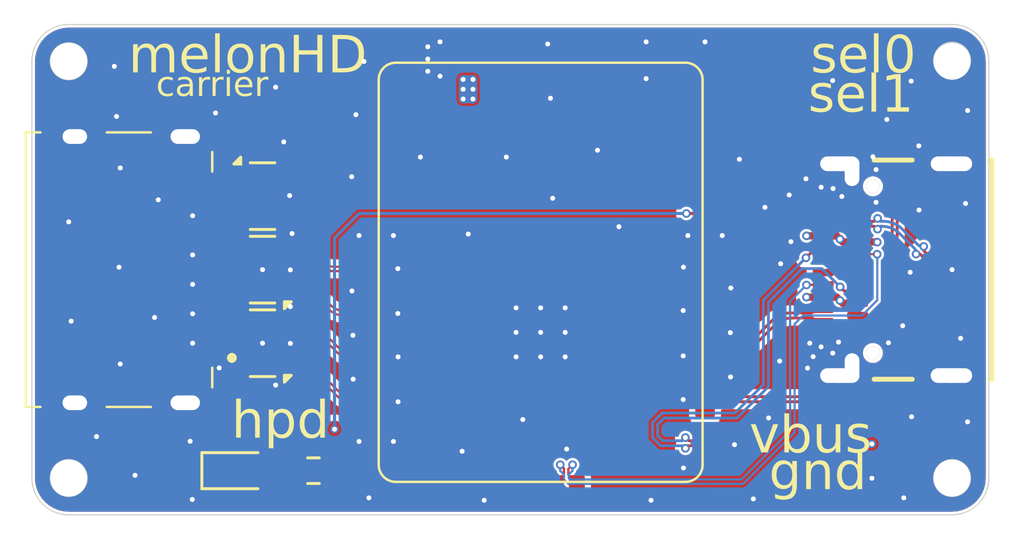
<source format=kicad_pcb>
(kicad_pcb (version 20241228) (generator "pcbnew") (generator_version "9.0")
  (layers (0 "F.Cu" signal) (4 "In1.Cu" signal) (6 "In2.Cu" signal) (2 "B.Cu" signal) (13 "F.Paste" user) (15 "B.Paste" user) (5 "F.SilkS" user "F.Silkscreen") (7 "B.SilkS" user "B.Silkscreen") (1 "F.Mask" user) (3 "B.Mask" user) (25 "Edge.Cuts" user))
  (net 0 "")
  (net 1 "VBUS")
  (net 2 "GND")
  (net 3 "DDC_SCL")
  (net 4 "HDMI_5V")
  (net 5 "DDC_SDA")
  (net 6 "Net-(D1-A)")
  (net 7 "CC_2")
  (net 8 "TMDS0-")
  (net 9 "CC_1")
  (net 10 "TMDS1+")
  (net 11 "TMDS0+")
  (net 12 "/SEL1")
  (net 13 "TMDS1-")
  (net 14 "/HPD")
  (net 15 "Net-(JP1-B)")
  (net 16 "TMDSClk-")
  (net 17 "TMDSClk+")
  (net 18 "TMDS2-")
  (net 19 "TMDS2+")
  (net 25 "AUX+")
  (net 26 "AUX-")
  (net 27 "TX1+")
  (net 28 "TX2+")
  (net 29 "/SEL0")
  (net 30 "TX1-")
  (net 31 "TX2-")
  (net 32 "RX2-")
  (net 33 "RX2+")
  (net 34 "RX1-")
  (net 35 "RX1+")
  (net 36 "Net-(J1-HPD)")
  (footprint "LED_SMD:LED_0603_1608Metric" (layer "F.Cu") (at 130.4125 104.2)
    (property "Reference" "D1" (hide yes))
    (property "Value" "green")
  )
  (footprint "SamacSys_Parts:SolderJumper-2_P1.3mm_Open_RoundedPad1.0x1.5mm" (layer "F.Cu") (at 152.183614 89.007999)
    (property "Reference" "JP1" (hide yes))
    (property "Value" "SolderJumper_2_Open" (hide yes))
  )
  (footprint "melonHD:melonHD_SMT" (layer "F.Cu") (at 142.933614 96.257999)
    (property "Reference" "U4" (hide yes))
    (property "Value" "~" (hide yes))
  )
  (footprint "SamacSys_Parts:685119136923" (layer "F.Cu") (at 126 96 -90)
    (property "Reference" "J1" (hide yes))
    (property "Value" "XUNPU HDMI-201" (hide yes))
  )
  (footprint "Resistor_SMD:R_0603_1608Metric" (layer "F.Cu") (at 133.475 104.2)
    (property "Reference" "R1" (hide yes))
    (property "Value" "1k")
  )
  (footprint "SamacSys_Parts:TestPoint_Pad_D0.75" (layer "F.Cu") (at 133.933614 93.407999)
    (property "Reference" "TP1" (hide yes))
    (property "Value" "TestPoint")
  )
  (footprint "SamacSys_Parts:TestPoint_Pad_D0.75" (layer "F.Cu") (at 133.333614 92.607999)
    (property "Reference" "TP2" (hide yes))
    (property "Value" "TestPoint")
  )
  (footprint "Package_DFN_QFN:Diodes_UDFN-10_1.0x2.5mm_P0.5mm" (layer "F.Cu") (at 131.4 99 180)
    (property "Reference" "U1" (hide yes))
    (property "Value" "ESD204DQAR-ES" (hide yes))
  )
  (footprint "Package_DFN_QFN:Diodes_UDFN-10_1.0x2.5mm_P0.5mm" (layer "F.Cu") (at 131.4 96 180)
    (property "Reference" "U2" (hide yes))
    (property "Value" "ESD204DQAR-ES" (hide yes))
  )
  (footprint "SamacSys_Parts:TestPoint_Pad_D0.75" (layer "F.Cu") (at 130.733614 90.507999)
    (property "Reference" "TP3" (hide yes))
    (property "Value" "TestPoint")
  )
  (footprint "Package_DFN_QFN:Diodes_UDFN-10_1.0x2.5mm_P0.5mm" (layer "F.Cu") (at 131.4 93)
    (property "Reference" "U3" (hide yes))
    (property "Value" "ESD204DQAR-ES" (hide yes))
  )
  (footprint "usb4030:GCT_USB4080-03-A_REVA1" (layer "F.Cu") (at 154.925 96 90)
    (property "Reference" "J4" (hide yes))
    (property "Value" "USB_C_Receptacle" (hide yes))
    (fp_circle (center 3.4 1.35) (end 3.4 1.07) (stroke (width 0.01)) (fill no) (layer "Edge.Cuts"))
    (fp_circle (center -3.4 1.35) (end -3.4 1.07) (stroke (width 0.01)) (fill no) (layer "Edge.Cuts"))
  )
  (footprint "SamacSys_Parts:TestPoint_Pad_D0.75" (layer "F.Cu") (at 134.333614 102.507999)
    (property "Reference" "TP4" (hide yes))
    (property "Value" "TestPoint")
  )
  (footprint "SamacSys_Parts:TestPoint_Pad_D0.75" (layer "F.Cu") (at 156.233614 103.107999)
    (property "Reference" "TP5" (hide yes))
    (property "Value" "TestPoint")
  )
  (footprint "SamacSys_Parts:SolderJumper-2_P1.3mm_Open_RoundedPad1.0x1.5mm" (layer "F.Cu") (at 152.183614 87.407999)
    (property "Reference" "JP2" (hide yes))
    (property "Value" "SolderJumper_2_Open" (hide yes))
  )
  (footprint "SamacSys_Parts:TestPoint_Pad_D0.75" (layer "F.Cu") (at 156.233614 104.507999)
    (property "Reference" "TP6" (hide yes))
    (property "Value" "TestPoint")
  )
  (gr_arc (start 161 104.5) (mid 160.56066 105.56066) (end 159.5 106) (stroke (width 0.05)) (layer "Edge.Cuts"))
  (gr_arc (start 123.5 106) (mid 122.43934 105.56066) (end 122 104.5) (stroke (width 0.05)) (layer "Edge.Cuts"))
  (gr_circle (center 159.5 104.5) (end 159.5 103.75) (stroke (width 0.05)) (fill no) (layer "Edge.Cuts"))
  (gr_line (start 161 104.5) (end 161 87.5) (stroke (width 0.05)) (layer "Edge.Cuts"))
  (gr_arc (start 159.5 86) (mid 160.56066 86.43934) (end 161 87.5) (stroke (width 0.05)) (layer "Edge.Cuts"))
  (gr_arc (start 122 87.5) (mid 122.43934 86.43934) (end 123.5 86) (stroke (width 0.05)) (layer "Edge.Cuts"))
  (gr_circle (center 123.5 87.5) (end 123.5 86.75) (stroke (width 0.05)) (fill no) (layer "Edge.Cuts"))
  (gr_circle (center 159.5 87.475) (end 159.5 86.725) (stroke (width 0.05)) (fill no) (layer "Edge.Cuts"))
  (gr_circle (center 123.5 104.5) (end 123.5 103.75) (stroke (width 0.05)) (fill no) (layer "Edge.Cuts"))
  (gr_line (start 123.5 106) (end 159.5 106) (stroke (width 0.05)) (layer "Edge.Cuts"))
  (gr_line (start 159.5 86) (end 123.5 86) (stroke (width 0.05)) (layer "Edge.Cuts"))
  (gr_line (start 122 87.5) (end 122 104.5) (stroke (width 0.05)) (layer "Edge.Cuts"))
  (gr_text "vbus" (at 151.233614 103.707999 0) (layer "F.SilkS") (effects (font (size 1.5 1.5) (thickness 0.1875) (italic yes)) (justify left bottom)))
  (gr_text "sel1" (at 153.633614 89.807999 0) (layer "F.SilkS") (effects (font (size 1.5 1.5) (thickness 0.1875) (italic yes)) (justify left bottom)))
  (gr_text "melonHD" (at 125.933614 88.207999 0) (layer "F.SilkS") (effects (font (size 1.5 1.5) (thickness 0.1875) (italic yes)) (justify left bottom)))
  (gr_text "hpd" (at 130.133614 103.107999 0) (layer "F.SilkS") (effects (font (size 1.5 1.5) (thickness 0.1875) (italic yes)) (justify left bottom)))
  (gr_text "gnd" (at 152.033614 105.207999 0) (layer "F.SilkS") (effects (font (size 1.5 1.5) (thickness 0.1875) (italic yes)) (justify left bottom)))
  (gr_text "carrier" (at 127.058614 89.082999 0) (layer "F.SilkS") (effects (font (size 1 1) (thickness 0.1875) (italic yes)) (justify left bottom)))
  (gr_text "sel0" (at 153.733614 88.207999 0) (layer "F.SilkS") (effects (font (size 1.5 1.5) (thickness 0.1875) (italic yes)) (justify left bottom)))
  (segment (start 154.25 97.12) (end 153.567906 97.12) (width 0.3) (layer "F.Cu") (net 1))
  (segment (start 154.25 94.62) (end 154.795615 94.62) (width 0.3) (layer "F.Cu") (net 1))
  (segment (start 155.65 94.87) (end 156.444869 94.87) (width 0.3) (layer "F.Cu") (net 1))
  (segment (start 154.795615 97.12) (end 154.933614 97.257999) (width 0.3) (layer "F.Cu") (net 1))
  (segment (start 153.569804 94.62) (end 153.568865 94.620939) (width 0.3) (layer "F.Cu") (net 1))
  (segment (start 156.444869 94.87) (end 156.453087 94.878218) (width 0.3) (layer "F.Cu") (net 1))
  (segment (start 155.65 94.87) (end 155.045615 94.87) (width 0.3) (layer "F.Cu") (net 1))
  (segment (start 154.25 94.62) (end 153.569804 94.62) (width 0.3) (layer "F.Cu") (net 1))
  (segment (start 154.25 97.12) (end 154.795615 97.12) (width 0.3) (layer "F.Cu") (net 1))
  (segment (start 154.795615 94.62) (end 154.933614 94.757999) (width 0.3) (layer "F.Cu") (net 1))
  (segment (start 153.567906 97.12) (end 153.567638 97.119732) (width 0.3) (layer "F.Cu") (net 1))
  (segment (start 155.65 97.37) (end 155.045615 97.37) (width 0.3) (layer "F.Cu") (net 1))
  (segment (start 155.045615 94.87) (end 154.933614 94.757999) (width 0.3) (layer "F.Cu") (net 1))
  (segment (start 155.045615 97.37) (end 154.933614 97.257999) (width 0.3) (layer "F.Cu") (net 1))
  (via (at 139.974872 89.03992) (size 0.35) (drill 0.2) (layers "F.Cu" "B.Cu") (net 1))
  (via (at 139.574872 89.03992) (size 0.35) (drill 0.2) (layers "F.Cu" "B.Cu") (net 1))
  (via (at 154.933614 94.757999) (size 0.35) (drill 0.2) (layers "F.Cu" "B.Cu") (net 1))
  (via (at 139.574872 88.63992) (size 0.35) (drill 0.2) (layers "F.Cu" "B.Cu") (net 1))
  (via (at 139.574872 88.23992) (size 0.35) (drill 0.2) (layers "F.Cu" "B.Cu") (net 1))
  (via (at 153.568865 94.620939) (size 0.35) (drill 0.2) (layers "F.Cu" "B.Cu") (net 1))
  (via (at 153.567638 97.119732) (size 0.35) (drill 0.2) (layers "F.Cu" "B.Cu") (net 1))
  (via (at 139.974872 88.63992) (size 0.35) (drill 0.2) (layers "F.Cu" "B.Cu") (net 1))
  (via (at 154.933614 97.257999) (size 0.35) (drill 0.2) (layers "F.Cu" "B.Cu") (net 1))
  (via (at 156.453087 94.878218) (size 0.35) (drill 0.2) (layers "F.Cu" "B.Cu") (net 1))
  (via (at 139.974872 88.23992) (size 0.35) (drill 0.2) (layers "F.Cu" "B.Cu") (net 1))
  (via (at 156.233614 103.107999) (size 0.35) (drill 0.2) (layers "F.Cu" "B.Cu") (net 1))
  (segment (start 139.574872 89.03992) (end 139.974872 89.03992) (width 0.35) (layer "B.Cu") (net 1))
  (segment (start 139.574872 88.23992) (end 139.974872 88.63992) (width 0.35) (layer "B.Cu") (net 1))
  (segment (start 139.574872 88.23992) (end 139.974872 88.23992) (width 0.35) (layer "B.Cu") (net 1))
  (segment (start 139.574872 88.63992) (end 139.974872 89.03992) (width 0.35) (layer "B.Cu") (net 1))
  (segment (start 139.974872 89.03992) (end 139.974872 88.23992) (width 0.35) (layer "B.Cu") (net 1))
  (segment (start 139.574872 88.23992) (end 139.574872 89.03992) (width 0.35) (layer "B.Cu") (net 1))
  (segment (start 131.75 96) (end 130.9875 96) (width 0.4) (layer "F.Cu") (net 2))
  (segment (start 129.3 97.2) (end 129.95 97.2) (width 0.3) (layer "F.Cu") (net 2))
  (segment (start 131.75 99) (end 130.9875 99) (width 0.4) (layer "F.Cu") (net 2))
  (segment (start 129.3 96) (end 130 96) (width 0.3) (layer "F.Cu") (net 2))
  (segment (start 157.626553 95.939844) (end 157.626553 94.981525) (width 0.1) (layer "F.Cu") (net 2))
  (segment (start 129.3 98.4) (end 129.85 98.4) (width 0.3) (layer "F.Cu") (net 2))
  (segment (start 130.030473 94.8) (end 130.19541 94.635063) (width 0.3) (layer "F.Cu") (net 2))
  (segment (start 157.794351 96.107642) (end 157.626553 95.939844) (width 0.1) (layer "F.Cu") (net 2))
  (segment (start 131.8125 93) (end 131.05 93) (width 0.4) (layer "F.Cu") (net 2))
  (segment (start 130.1 93.2) (end 130.25 93.05) (width 0.3) (layer "F.Cu") (net 2))
  (segment (start 129.3 94.8) (end 130.030473 94.8) (width 0.3) (layer "F.Cu") (net 2))
  (segment (start 129.3 93.2) (end 130.1 93.2) (width 0.3) (layer "F.Cu") (net 2))
  (via (at 142.733614 99.557999) (size 0.35) (drill 0.2) (layers "F.Cu" "B.Cu") (net 2))
  (via (at 135.333614 94.607999) (size 0.35) (drill 0.2) (layers "F.Cu" "B.Cu") (net 2))
  (via (at 157.533614 105.307999) (size 0.35) (drill 0.2) (layers "F.Cu" "B.Cu") (net 2))
  (via (at 136.923614 101.387999) (size 0.35) (drill 0.2) (layers "F.Cu" "B.Cu") (net 2))
  (via (at 159.5 104.5) (size 2.25) (drill 1.5) (layers "F.Cu" "B.Cu") (net 2))
  (via (at 135.533614 87.507999) (size 0.35) (drill 0.2) (layers "F.Cu" "B.Cu") (net 2))
  (via (at 127.15 93.15) (size 0.35) (drill 0.2) (layers "F.Cu" "B.Cu") (net 2))
  (via (at 132.533614 96.007999) (size 0.35) (drill 0.2) (layers "F.Cu" "B.Cu") (net 2))
  (via (at 125.55 95.9) (size 0.35) (drill 0.2) (layers "F.Cu" "B.Cu") (net 2))
  (via (at 125.6 91.85) (size 0.35) (drill 0.2) (layers "F.Cu" "B.Cu") (net 2))
  (via (at 125.6 99.85) (size 0.35) (drill 0.2) (layers "F.Cu" "B.Cu") (net 2))
  (via (at 142.733614 97.557999) (size 0.35) (drill 0.2) (layers "F.Cu" "B.Cu") (net 2))
  (via (at 151.402011 105.35152) (size 0.35) (drill 0.2) (layers "F.Cu" "B.Cu") (net 2))
  (via (at 143.020762 86.796532) (size 0.35) (drill 0.2) (layers "F.Cu" "B.Cu") (net 2))
  (via (at 143.733614 99.557999) (size 0.35) (drill 0.2) (layers "F.Cu" "B.Cu") (net 2))
  (via (at 128.55 99) (size 0.35) (drill 0.2) (layers "F.Cu" "B.Cu") (net 2))
  (via (at 132.533614 97.507999) (size 0.35) (drill 0.2) (layers "F.Cu" "B.Cu") (net 2))
  (via (at 148.553614 104.087999) (size 0.35) (drill 0.2) (layers "F.Cu" "B.Cu") (net 2))
  (via (at 154.166541 92.637631) (size 0.35) (drill 0.2) (layers "F.Cu" "B.Cu") (net 2))
  (via (at 135.033614 92.207999) (size 0.35) (drill 0.2) (layers "F.Cu" "B.Cu") (net 2))
  (via (at 147.033614 88.207999) (size 0.35) (drill 0.2) (layers "F.Cu" "B.Cu") (net 2))
  (via (at 135.083614 98.677999) (size 0.35) (drill 0.2) (layers "F.Cu" "B.Cu") (net 2))
  (via (at 150.633614 103.137999) (size 0.35) (drill 0.2) (layers "F.Cu" "B.Cu") (net 2))
  (via (at 153.545115 92.294507) (size 0.35) (drill 0.2) (layers "F.Cu" "B.Cu") (net 2))
  (via (at 153.7 99) (size 0.35) (drill 0.2) (layers "F.Cu" "B.Cu") (net 2))
  (via (at 132.533614 99.007999) (size 0.35) (drill 0.2) (layers "F.Cu" "B.Cu") (net 2))
  (via (at 152.863643 92.95251) (size 0.35) (drill 0.2) (layers "F.Cu" "B.Cu") (net 2))
  (via (at 139.783614 94.547999) (size 0.35) (drill 0.2) (layers "F.Cu" "B.Cu") (net 2))
  (via (at 124.633614 102.807999) (size 0.35) (drill 0.2) (layers "F.Cu" "B.Cu") (net 2))
  (via (at 131.933614 100.707999) (size 0.35) (drill 0.2) (layers "F.Cu" "B.Cu") (net 2))
  (via (at 128.55 95.4) (size 0.35) (drill 0.2) (layers "F.Cu" "B.Cu") (net 2))
  (via (at 154.163878 99.148564) (size 0.35) (drill 0.2) (layers "F.Cu" "B.Cu") (net 2))
  (via (at 154.638799 99.403522) (size 0.35) (drill 0.2) (layers "F.Cu" "B.Cu") (net 2))
  (via (at 136.733614 103.007999) (size 0.35) (drill 0.2) (layers "F.Cu" "B.Cu") (net 2))
  (via (at 159.5 87.5) (size 2.25) (drill 1.5) (layers "F.Cu" "B.Cu") (net 2))
  (via (at 156.405946 91.917881) (size 0.35) (drill 0.2) (layers "F.Cu" "B.Cu") (net 2))
  (via (at 132.603499 94.5262) (size 0.35) (drill 0.2) (layers "F.Cu" "B.Cu") (net 2))
  (via (at 158.145065 90.949933) (size 0.35) (drill 0.2) (layers "F.Cu" "B.Cu") (net 2))
  (via (at 153.838932 99.548498) (size 0.35) (drill 0.2) (layers "F.Cu" "B.Cu") (net 2))
  (via (at 141.733614 98.557999) (size 0.35) (drill 0.2) (layers "F.Cu" "B.Cu") (net 2))
  (via (at 141.733614 99.557999) (size 0.35) (drill 0.2) (layers "F.Cu" "B.Cu") (net 2))
  (via (at 143.733614 97.557999) (size 0.35) (drill 0.2) (layers "F.Cu" "B.Cu") (net 2))
  (via (at 154.633614 88.287999) (size 0.35) (drill 0.2) (layers "F.Cu" "B.Cu") (net 2))
  (via (at 143.133614 89.007999) (size 0.35) (drill 0.2) (layers "F.Cu" "B.Cu") (net 2))
  (via (at 154.87376 98.953596) (size 0.35) (drill 0.2) (layers "F.Cu" "B.Cu") (net 2))
  (via (at 128.55 97.8) (size 0.35) (drill 0.2) (layers "F.Cu" "B.Cu") (net 2))
  (via (at 160.05 93.3) (size 0.35) (drill 0.2) (layers "F.Cu" "B.Cu") (net 2))
  (via (at 157.85 102) (size 0.35) (drill 0.2) (layers "F.Cu" "B.Cu") (net 2))
  (via (at 145.049963 91.127144) (size 0.35) (drill 0.2) (layers "F.Cu" "B.Cu") (net 2))
  (via (at 132.504039 92.979083) (size 0.35) (drill 0.2) (layers "F.Cu" "B.Cu") (net 2))
  (via (at 141.733614 97.557999) (size 0.35) (drill 0.2) (layers "F.Cu" "B.Cu") (net 2))
  (via (at 131.4 99) (size 0.35) (drill 0.2) (layers "F.Cu" "B.Cu") (net 2))
  (via (at 150.483614 96.747999) (size 0.35) (drill 0.2) (layers "F.Cu" "B.Cu") (net 2))
  (via (at 135.203614 89.677999) (size 0.35) (drill 0.2) (layers "F.Cu" "B.Cu") (net 2))
  (via (at 153.610777 100.016924) (size 0.35) (drill 0.2) (layers "F.Cu" "B.Cu") (net 2))
  (via (at 152.473614 99.727999) (size 0.35) (drill 0.2) (layers "F.Cu" "B.Cu") (net 2))
  (via (at 135.333614 103.007999) (size 0.35) (drill 0.2) (layers "F.Cu" "B.Cu") (net 2))
  (via (at 156.233614 104.507999) (size 0.35) (drill 0.2) (layers "F.Cu" "B.Cu") (net 2))
  (via (at 160.133614 102.207999) (size 0.35) (drill 0.2) (layers "F.Cu" "B.Cu") (net 2))
  (via (at 156.908423 98.983591) (size 0.35) (drill 0.2) (layers "F.Cu" "B.Cu") (net 2))
  (via (at 156.841757 89.87511) (size 0.35) (drill 0.2) (layers "F.Cu" "B.Cu") (net 2))
  (via (at 136.733614 94.607999) (size 0.35) (drill 0.2) (layers "F.Cu" "B.Cu") (net 2))
  (via (at 150.463614 98.567999) (size 0.35) (drill 0.2) (layers "F.Cu" "B.Cu") (net 2))
  (via (at 136.923614 99.557999) (size 0.35) (drill 0.2) (layers "F.Cu" "B.Cu") (net 2))
  (via (at 128.55 93.8) (size 0.35) (drill 0.2) (layers "F.Cu" "B.Cu") (net 2))
  (via (at 147.233614 105.407999) (size 0.35) (drill 0.2) (layers "F.Cu" "B.Cu") (net 2))
  (via (at 143.793614 103.317999) (size 0.35) (drill 0.2) (layers "F.Cu" "B.Cu") (net 2))
  (via (at 135.733614 105.307999) (size 0.35) (drill 0.2) (layers "F.Cu" "B.Cu") (net 2))
  (via (at 149.433614 86.707999) (size 0.35) (drill 0.2) (layers "F.Cu" "B.Cu") (net 2))
  (via (at 132.263614 90.787999) (size 0.35) (drill 0.2) (layers "F.Cu" "B.Cu") (net 2))
  (via (at 123.6 98.1) (size 0.35) (drill 0.2) (layers "F.Cu" "B.Cu") (net 2))
  (via (at 138.133614 87.907999) (size 0.35) (drill 0.2) (layers "F.Cu" "B.Cu") (net 2))
  (via (at 150.833614 91.497999) (size 0.35) (drill 0.2) (layers "F.Cu" "B.Cu") (net 2))
  (via (at 135.043614 96.867999) (size 0.35) (drill 0.2) (layers "F.Cu" "B.Cu") (net 2))
  (via (at 150.133614 94.607999) (size 0.35) (drill 0.2) (layers "F.Cu" "B.Cu") (net 2))
  (via (at 142.006162 102.114525) (size 0.35) (drill 0.2) (layers "F.Cu" "B.Cu") (net 2))
  (via (at 151.873614 93.457999) (size 0.35) (drill 0.2) (layers "F.Cu" "B.Cu") (net 2))
  (via (at 148.543614 97.667999) (size 0.35) (drill 0.2) (layers "F.Cu" "B.Cu") (net 2))
  (via (at 148.543614 101.297999) (size 0.35) (drill 0.2) (layers "F.Cu" "B.Cu") (net 2))
  (via (at 155.009002 93.015286) (size 0.35) (drill 0.2) (layers "F.Cu" "B.Cu") (net 2))
  (via (at 129.633614 100.007999) (size 0.35) (drill 0.2) (layers "F.Cu" "B.Cu") (net 2))
  (via (at 156.403421 93.252531) (size 0.35) (drill 0.2) (layers "F.Cu" "B.Cu") (net 2))
  (via (at 147.033614 86.707999) (size 0.35) (drill 0.2) (layers "F.Cu" "B.Cu") (net 2))
  (via (at 148.553614 95.897999) (size 0.35) (drill 0.2) (layers "F.Cu" "B.Cu") (net 2))
  (via (at 145.923614 94.247999) (size 0.35) (drill 0.2) (layers "F.Cu" "B.Cu") (net 2))
  (via (at 126.203614 104.387999) (size 0.35) (drill 0.2) (layers "F.Cu" "B.Cu") (net 2))
  (via (at 136.913614 97.787999) (size 0.35) (drill 0.2) (layers "F.Cu" "B.Cu") (net 2))
  (via (at 156.273876 91.395107) (size 0.35) (drill 0.2) (layers "F.Cu" "B.Cu") (net 2))
  (via (at 154.650714 92.69089) (size 0.35) (drill 0.2) (layers "F.Cu" "B.Cu") (net 2))
  (via (at 138.633614 88.107999) (size 0.35) (drill 0.2) (layers "F.Cu" "B.Cu") (net 2))
  (via (at 140.433614 105.407999) (size 0.35) (drill 0.2) (layers "F.Cu" "B.Cu") (net 2))
  (via (at 157.488327 98.288706) (size 0.35) (drill 0.2) (layers "F.Cu" "B.Cu") (net 2))
  (via (at 159.5 96) (size 0.35) (drill 0.2) (layers "F.Cu" "B.Cu") (net 2))
  (via (at 158.154029 93.567568) (size 0.35) (drill 0.2) (layers "F.Cu" "B.Cu") (net 2))
  (via (at 138.633614 86.707999) (size 0.35) (drill 0.2) (layers "F.Cu" "B.Cu") (net 2))
  (via (at 138.133614 86.907999) (size 0.35) (drill 0.2) (layers "F.Cu" "B.Cu") (net 2))
  (via (at 125.358614 87.707999) (size 0.35) (drill 0.2) (layers "F.Cu" "B.Cu") (net 2))
  (via (at 143.223614 93.087999) (size 0.35) (drill 0.2) (layers "F.Cu" "B.Cu") (net 2))
  (via (at 142.733614 98.557999) (size 0.35) (drill 0.2) (layers "F.Cu" "B.Cu") (net 2))
  (via (at 123.5 104.5) (size 2.25) (drill 1.5) (layers "F.Cu" "B.Cu") (net 2))
  (via (at 148.543614 99.517999) (size 0.35) (drill 0.2) (layers "F.Cu" "B.Cu") (net 2))
  (via (at 141.333614 91.407999) (size 0.35) (drill 0.2) (layers "F.Cu" "B.Cu") (net 2))
  (via (at 152.513614 95.757999) (size 0.35) (drill 0.2) (layers "F.Cu" "B.Cu") (net 2))
  (via (at 128.45 103) (size 0.35) (drill 0.2) (layers "F.Cu" "B.Cu") (net 2))
  (via (at 159.85 98.8) (size 0.35) (drill 0.2) (layers "F.Cu" "B.Cu") (net 2))
  (via (at 148.733614 94.607999) (size 0.35) (drill 0.2) (layers "F.Cu" "B.Cu") (net 2))
  (via (at 160.133614 89.507999) (size 0.35) (drill 0.2) (layers "F.Cu" "B.Cu") (net 2))
  (via (at 139.533614 103.407999) (size 0.35) (drill 0.2) (layers "F.Cu" "B.Cu") (net 2))
  (via (at 131.933614 88.557999) (size 0.35) (drill 0.2) (layers "F.Cu" "B.Cu") (net 2))
  (via (at 127 97.95) (size 0.35) (drill 0.2) (layers "F.Cu" "B.Cu") (net 2))
  (via (at 157.794351 96.107642) (size 0.35) (drill 0.2) (layers "F.Cu" "B.Cu") (net 2))
  (via (at 152.933614 94.857999) (size 0.35) (drill 0.2) (layers "F.Cu" "B.Cu") (net 2))
  (via (at 143.733614 98.557999) (size 0.35) (drill 0.2) (layers "F.Cu" "B.Cu") (net 2))
  (via (at 131.4 96) (size 0.35) (drill 0.2) (layers "F.Cu" "B.Cu") (net 2))
  (via (at 135.093614 100.467999) (size 0.35) (drill 0.2) (layers "F.Cu" "B.Cu") (net 2))
  (via (at 150.473614 100.377999) (size 0.35) (drill 0.2) (layers "F.Cu" "B.Cu") (net 2))
  (via (at 129.483614 89.607999) (size 0.35) (drill 0.2) (layers "F.Cu" "B.Cu") (net 2))
  (via (at 123.5 94.05) (size 0.35) (drill 0.2) (layers "F.Cu" "B.Cu") (net 2))
  (via (at 157.833614 88.307999) (size 0.35) (drill 0.2) (layers "F.Cu" "B.Cu") (net 2))
  (via (at 125.45 89.75) (size 0.35) (drill 0.2) (layers "F.Cu" "B.Cu") (net 2))
  (via (at 137.833614 91.407999) (size 0.35) (drill 0.2) (layers "F.Cu" "B.Cu") (net 2))
  (via (at 152.023614 102.047999) (size 0.35) (drill 0.2) (layers "F.Cu" "B.Cu") (net 2))
  (via (at 128.535717 105.374813) (size 0.35) (drill 0.2) (layers "F.Cu" "B.Cu") (net 2))
  (via (at 128.55 96.6) (size 0.35) (drill 0.2) (layers "F.Cu" "B.Cu") (net 2))
  (via (at 138.133614 87.407999) (size 0.35) (drill 0.2) (layers "F.Cu" "B.Cu") (net 2))
  (via (at 136.913614 95.957999) (size 0.35) (drill 0.2) (layers "F.Cu" "B.Cu") (net 2))
  (via (at 123.5 87.5) (size 2.25) (drill 1.5) (layers "F.Cu" "B.Cu") (net 2))
  (segment (start 129.3 94) (end 129.95 94) (width 0.0889) (layer "F.Cu") (net 3))
  (segment (start 132.168416 93.873197) (end 132.176241 93.865372) (width 0.1) (layer "F.Cu") (net 3))
  (segment (start 132.115432 93.873197) (end 132.168416 93.873197) (width 0.1) (layer "F.Cu") (net 3))
  (segment (start 132.844801 93.865372) (end 133.117894 93.592279) (width 0.1) (layer "F.Cu") (net 3))
  (segment (start 130.05 93.9) (end 130.45 93.9) (width 0.0889) (layer "F.Cu") (net 3))
  (segment (start 130.45 93.9) (end 130.55 94) (width 0.0889) (layer "F.Cu") (net 3))
  (segment (start 133.433614 93.276559) (end 133.433614 93.276558) (width 0.1) (layer "F.Cu") (net 3))
  (segment (start 133.721441 93.239568) (end 133.781294 93.239568) (width 0.1) (layer "F.Cu") (net 3))
  (segment (start 131.7875 94) (end 131.988629 94) (width 0.1) (layer "F.Cu") (net 3))
  (segment (start 133.470604 93.239568) (end 133.721441 93.239568) (width 0.1) (layer "F.Cu") (net 3))
  (segment (start 129.95 94) (end 130.05 93.9) (width 0.0889) (layer "F.Cu") (net 3))
  (segment (start 133.467893 93.242279) (end 133.470604 93.239568) (width 0.1) (layer "F.Cu") (net 3))
  (segment (start 133.781294 93.239568) (end 133.890437 93.348711) (width 0.1) (layer "F.Cu") (net 3))
  (segment (start 131.988629 94) (end 132.115432 93.873197) (width 0.1) (layer "F.Cu") (net 3))
  (segment (start 131.0125 94) (end 131.7875 94) (width 0.1) (layer "F.Cu") (net 3))
  (segment (start 133.433614 93.276559) (end 133.467893 93.242279) (width 0.1) (layer "F.Cu") (net 3))
  (segment (start 133.117894 93.592279) (end 133.433614 93.276559) (width 0.1) (layer "F.Cu") (net 3))
  (segment (start 130.55 94) (end 131.0125 94) (width 0.0889) (layer "F.Cu") (net 3))
  (segment (start 132.176241 93.865372) (end 132.633614 93.865372) (width 0.1) (layer "F.Cu") (net 3))
  (segment (start 132.633614 93.865372) (end 132.844801 93.865372) (width 0.1) (layer "F.Cu") (net 3))
  (segment (start 130.033999 93.672052) (end 130.442887 93.672052) (width 0.0889) (layer "F.Cu") (net 5))
  (segment (start 130.614939 93.5) (end 131.0125 93.5) (width 0.0889) (layer "F.Cu") (net 5))
  (segment (start 133.233614 93.207999) (end 133.333614 93.107999) (width 0.1) (layer "F.Cu") (net 5))
  (segment (start 131.7875 93.5) (end 131.966545 93.5) (width 0.1) (layer "F.Cu") (net 5))
  (segment (start 130.442887 93.672052) (end 130.614939 93.5) (width 0.0889) (layer "F.Cu") (net 5))
  (segment (start 131.966545 93.5) (end 132.142017 93.675472) (width 0.1) (layer "F.Cu") (net 5))
  (segment (start 131.0125 93.5) (end 131.7875 93.5) (width 0.1) (layer "F.Cu") (net 5))
  (segment (start 129.3 93.6) (end 129.961947 93.6) (width 0.0889) (layer "F.Cu") (net 5))
  (segment (start 129.961947 93.6) (end 130.033999 93.672052) (width 0.0889) (layer "F.Cu") (net 5))
  (segment (start 133.333614 93.107999) (end 133.333614 92.607999) (width 0.1) (layer "F.Cu") (net 5))
  (segment (start 132.766141 93.675472) (end 133.233614 93.207999) (width 0.1) (layer "F.Cu") (net 5))
  (segment (start 132.142017 93.675472) (end 132.766141 93.675472) (width 0.1) (layer "F.Cu") (net 5))
  (segment (start 131.2 104.2) (end 132.65 104.2) (width 0.2) (layer "F.Cu") (net 6))
  (segment (start 155.65 95.37) (end 156.447732 95.37) (width 0.0889) (layer "F.Cu") (net 7))
  (segment (start 143.533614 103.957999) (end 143.683614 104.107999) (width 0.0889) (layer "F.Cu") (net 7))
  (segment (start 156.447732 95.37) (end 156.449191 95.371459) (width 0.0889) (layer "F.Cu") (net 7))
  (segment (start 143.683614 104.375504) (end 143.376119 104.682999) (width 0.0889) (layer "F.Cu") (net 7))
  (segment (start 143.683614 104.107999) (end 143.683614 104.375504) (width 0.0889) (layer "F.Cu") (net 7))
  (segment (start 143.376119 104.682999) (end 143.358614 104.682999) (width 0.0889) (layer "F.Cu") (net 7))
  (via (at 156.449191 95.371459) (size 0.35) (drill 0.2) (layers "F.Cu" "B.Cu") (net 7))
  (via (at 143.533614 103.957999) (size 0.35) (drill 0.2) (layers "F.Cu" "B.Cu") (net 7))
  (segment (start 143.862414 104.736799) (end 143.683614 104.557999) (width 0.0889) (layer "B.Cu") (net 7))
  (segment (start 156.452338 97.247662) (end 155.828314 97.871686) (width 0.0889) (layer "B.Cu") (net 7))
  (segment (start 156.449191 95.371459) (end 156.452338 95.374606) (width 0.0889) (layer "B.Cu") (net 7))
  (segment (start 143.533614 104.207999) (end 143.533614 103.957999) (width 0.0889) (layer "B.Cu") (net 7))
  (segment (start 153.083614 102.637999) (end 150.983614 104.737999) (width 0.0889) (layer "B.Cu") (net 7))
  (segment (start 155.828314 97.871686) (end 153.428314 97.871686) (width 0.0889) (layer "B.Cu") (net 7))
  (segment (start 156.452338 95.374606) (end 156.452338 97.247662) (width 0.0889) (layer "B.Cu") (net 7))
  (segment (start 149.954814 104.736799) (end 143.862414 104.736799) (width 0.0889) (layer "B.Cu") (net 7))
  (segment (start 153.083614 98.216386) (end 153.083614 102.637999) (width 0.0889) (layer "B.Cu") (net 7))
  (segment (start 153.428314 97.871686) (end 153.083614 98.216386) (width 0.0889) (layer "B.Cu") (net 7))
  (segment (start 150.983614 104.737999) (end 149.956014 104.737999) (width 0.0889) (layer "B.Cu") (net 7))
  (segment (start 143.683614 104.557999) (end 143.683614 104.357999) (width 0.0889) (layer "B.Cu") (net 7))
  (segment (start 143.683614 104.357999) (end 143.533614 104.207999) (width 0.0889) (layer "B.Cu") (net 7))
  (segment (start 149.956014 104.737999) (end 149.954814 104.736799) (width 0.0889) (layer "B.Cu") (net 7))
  (segment (start 131.633137 96.5) (end 131.7875 96.5) (width 0.0889) (layer "F.Cu") (net 8))
  (segment (start 135.676838 97.644775) (end 135.833614 97.487999) (width 0.0889) (layer "F.Cu") (net 8))
  (segment (start 134.857828 97.717999) (end 135.500061 97.717999) (width 0.0889) (layer "F.Cu") (net 8))
  (segment (start 130.715157 96.609843) (end 130.773744 96.551256) (width 0.0889) (layer "F.Cu") (net 8))
  (segment (start 132.237167 96.667999) (end 132.528363 96.667999) (width 0.0889) (layer "F.Cu") (net 8))
  (segment (start 131.462332 96.637668) (end 131.576569 96.523431) (width 0.0889) (layer "F.Cu") (net 8))
  (segment (start 131.7875 96.5) (end 131.965615 96.5) (width 0.0889) (layer "F.Cu") (net 8))
  (segment (start 129.868587 96.5111) (end 130.126949 96.5111) (width 0.0889) (layer "F.Cu") (net 8))
  (segment (start 134.005439 97.279824) (end 134.150721 97.425106) (width 0.0889) (layer "F.Cu") (net 8))
  (segment (start 130.250693 96.562357) (end 130.29818 96.609844) (width 0.0889) (layer "F.Cu") (net 8))
  (segment (start 131.0125 96.5) (end 131.166863 96.5) (width 0.0889) (layer "F.Cu") (net 8))
  (segment (start 129.736257 96.451257) (end 129.744844 96.459844) (width 0.0889) (layer "F.Cu") (net 8))
  (segment (start 131.394237 96.6611) (end 131.405763 96.6611) (width 0.0889) (layer "F.Cu") (net 8))
  (segment (start 130.897487 96.5) (end 131.0125 96.5) (width 0.0889) (layer "F.Cu") (net 8))
  (segment (start 131.223432 96.523432) (end 131.337669 96.637669) (width 0.0889) (layer "F.Cu") (net 8))
  (segment (start 131.965615 96.5) (end 132.060391 96.594776) (width 0.0889) (layer "F.Cu") (net 8))
  (segment (start 130.421923 96.6611) (end 130.591413 96.6611) (width 0.0889) (layer "F.Cu") (net 8))
  (segment (start 131.7875 96.5) (end 131.975 96.5) (width 0.0889) (layer "F.Cu") (net 8))
  (segment (start 129.3 96.4) (end 129.612513 96.4) (width 0.0889) (layer "F.Cu") (net 8))
  (arc (start 131.576569 96.523431) (mid 131.602523 96.50609) (end 131.633137 96.5) (width 0.0889) (layer "F.Cu") (net 8))
  (arc (start 130.250693 96.562357) (mid 130.193919 96.524421) (end 130.126949 96.5111) (width 0.0889) (layer "F.Cu") (net 8))
  (arc (start 132.528363 96.667999) (mid 133.327751 96.827007) (end 134.005439 97.279824) (width 0.0889) (layer "F.Cu") (net 8))
  (arc (start 135.676838 97.644775) (mid 135.595732 97.698968) (end 135.500061 97.717999) (width 0.0889) (layer "F.Cu") (net 8))
  (arc (start 131.394237 96.6611) (mid 131.363623 96.65501) (end 131.337669 96.637669) (width 0.0889) (layer "F.Cu") (net 8))
  (arc (start 129.736257 96.451257) (mid 129.679483 96.413321) (end 129.612513 96.4) (width 0.0889) (layer "F.Cu") (net 8))
  (arc (start 132.060391 96.594776) (mid 132.141497 96.648969) (end 132.237167 96.667999) (width 0.0889) (layer "F.Cu") (net 8))
  (arc (start 130.897487 96.5) (mid 130.830518 96.513321) (end 130.773744 96.551256) (width 0.0889) (layer "F.Cu") (net 8))
  (arc (start 130.591413 96.6611) (mid 130.658383 96.647779) (end 130.715157 96.609843) (width 0.0889) (layer "F.Cu") (net 8))
  (arc (start 131.405763 96.6611) (mid 131.436378 96.65501) (end 131.462332 96.637668) (width 0.0889) (layer "F.Cu") (net 8))
  (arc (start 129.744844 96.459844) (mid 129.801618 96.497779) (end 129.868587 96.5111) (width 0.0889) (layer "F.Cu") (net 8))
  (arc (start 131.166863 96.5) (mid 131.197478 96.50609) (end 131.223432 96.523432) (width 0.0889) (layer "F.Cu") (net 8))
  (arc (start 134.857828 97.717999) (mid 134.475145 97.641879) (end 134.150721 97.425106) (width 0.0889) (layer "F.Cu") (net 8))
  (arc (start 130.29818 96.609844) (mid 130.354954 96.647779) (end 130.421923 96.6611) (width 0.0889) (layer "F.Cu") (net 8))
  (segment (start 154.25 96.62) (end 153.574262 96.62) (width 0.0889) (layer "F.Cu") (net 9))
  (segment (start 143.862414 104.360834) (end 144.184579 104.682999) (width 0.0889) (layer "F.Cu") (net 9))
  (segment (start 153.574262 96.62) (end 153.568106 96.626156) (width 0.0889) (layer "F.Cu") (net 9))
  (segment (start 143.862414 104.129199) (end 143.862414 104.360834) (width 0.0889) (layer "F.Cu") (net 9))
  (segment (start 144.033614 103.957999) (end 143.862414 104.129199) (width 0.0889) (layer "F.Cu") (net 9))
  (segment (start 144.184579 104.682999) (end 144.208614 104.682999) (width 0.0889) (layer "F.Cu") (net 9))
  (via (at 144.033614 103.957999) (size 0.35) (drill 0.2) (layers "F.Cu" "B.Cu") (net 9))
  (via (at 153.568106 96.626156) (size 0.35) (drill 0.2) (layers "F.Cu" "B.Cu") (net 9))
  (segment (start 150.028876 104.557999) (end 150.030076 104.559199) (width 0.0889) (layer "B.Cu") (net 9))
  (segment (start 152.9 97.291613) (end 153.565457 96.626156) (width 0.0889) (layer "B.Cu") (net 9))
  (segment (start 152.9 102.568751) (end 152.9 97.291613) (width 0.0889) (layer "B.Cu") (net 9))
  (segment (start 153.565457 96.626156) (end 153.568106 96.626156) (width 0.0889) (layer "B.Cu") (net 9))
  (segment (start 143.936476 104.557999) (end 149.880752 104.557999) (width 0.0889) (layer "B.Cu") (net 9))
  (segment (start 150.028875 104.557999) (end 150.028876 104.557999) (width 0.0889) (layer "B.Cu") (net 9))
  (segment (start 143.883614 104.350607) (end 143.883614 104.505137) (width 0.0889) (layer "B.Cu") (net 9))
  (segment (start 150.909552 104.559199) (end 152.9 102.568751) (width 0.0889) (layer "B.Cu") (net 9))
  (segment (start 144.033614 104.200607) (end 143.883614 104.350607) (width 0.0889) (layer "B.Cu") (net 9))
  (segment (start 150.030076 104.559199) (end 150.909552 104.559199) (width 0.0889) (layer "B.Cu") (net 9))
  (segment (start 143.883614 104.505137) (end 143.936476 104.557999) (width 0.0889) (layer "B.Cu") (net 9))
  (segment (start 149.880752 104.557999) (end 150.028875 104.557999) (width 0.0889) (layer "B.Cu") (net 9))
  (segment (start 144.033614 103.957999) (end 144.033614 104.200607) (width 0.0889) (layer "B.Cu") (net 9))
  (segment (start 129.890689 97.8889) (end 129.868587 97.8889) (width 0.0889) (layer "F.Cu") (net 10))
  (segment (start 131.223432 98.476568) (end 131.337669 98.362331) (width 0.0889) (layer "F.Cu") (net 10))
  (segment (start 130.361919 98.287643) (end 130.014432 97.940156) (width 0.0889) (layer "F.Cu") (net 10))
  (segment (start 131.0125 98.5) (end 130.897487 98.5) (width 0.0889) (layer "F.Cu") (net 10))
  (segment (start 131.7875 98.5) (end 131.975 98.5) (width 0.0889) (layer "F.Cu") (net 10))
  (segment (start 132.237167 98.347999) (end 132.582325 98.347999) (width 0.0889) (layer "F.Cu") (net 10))
  (segment (start 131.462332 98.362332) (end 131.576569 98.476569) (width 0.0889) (layer "F.Cu") (net 10))
  (segment (start 130.773743 98.448743) (end 130.715156 98.390156) (width 0.0889) (layer "F.Cu") (net 10))
  (segment (start 131.394237 98.3389) (end 131.405763 98.3389) (width 0.0889) (layer "F.Cu") (net 10))
  (segment (start 131.633137 98.5) (end 131.7875 98.5) (width 0.0889) (layer "F.Cu") (net 10))
  (segment (start 131.981613 98.5) (end 132.060391 98.421222) (width 0.0889) (layer "F.Cu") (net 10))
  (segment (start 131.7875 98.5) (end 131.981613 98.5) (width 0.0889) (layer "F.Cu") (net 10))
  (segment (start 135.220589 99.706799) (end 135.508861 99.706799) (width 0.0889) (layer "F.Cu") (net 10))
  (segment (start 135.685638 99.780023) (end 135.763614 99.857999) (width 0.0889) (layer "F.Cu") (net 10))
  (segment (start 130.591413 98.3389) (end 130.485663 98.3389) (width 0.0889) (layer "F.Cu") (net 10))
  (segment (start 133.996539 98.933786) (end 134.450621 99.387868) (width 0.0889) (layer "F.Cu") (net 10))
  (segment (start 131.0125 98.5) (end 131.166863 98.5) (width 0.0889) (layer "F.Cu") (net 10))
  (segment (start 129.612513 98) (end 129.3 98) (width 0.0889) (layer "F.Cu") (net 10))
  (segment (start 129.744843 97.940157) (end 129.736256 97.948744) (width 0.0889) (layer "F.Cu") (net 10))
  (arc (start 131.576569 98.476569) (mid 131.602523 98.49391) (end 131.633137 98.5) (width 0.0889) (layer "F.Cu") (net 10))
  (arc (start 134.450621 99.387868) (mid 134.803885 99.623911) (end 135.220589 99.706799) (width 0.0889) (layer "F.Cu") (net 10))
  (arc (start 129.612513 98) (mid 129.679482 97.986679) (end 129.736256 97.948744) (width 0.0889) (layer "F.Cu") (net 10))
  (arc (start 131.223432 98.476568) (mid 131.197478 98.49391) (end 131.166863 98.5) (width 0.0889) (layer "F.Cu") (net 10))
  (arc (start 131.462332 98.362332) (mid 131.436378 98.34499) (end 131.405763 98.3389) (width 0.0889) (layer "F.Cu") (net 10))
  (arc (start 130.773743 98.448743) (mid 130.830517 98.486679) (end 130.897487 98.5) (width 0.0889) (layer "F.Cu") (net 10))
  (arc (start 129.744843 97.940157) (mid 129.801617 97.902221) (end 129.868587 97.8889) (width 0.0889) (layer "F.Cu") (net 10))
  (arc (start 130.014432 97.940156) (mid 129.957658 97.902221) (end 129.890689 97.8889) (width 0.0889) (layer "F.Cu") (net 10))
  (arc (start 132.582325 98.347999) (mid 133.347692 98.50024) (end 133.996539 98.933786) (width 0.0889) (layer "F.Cu") (net 10))
  (arc (start 132.060391 98.421222) (mid 132.141497 98.367029) (end 132.237167 98.347999) (width 0.0889) (layer "F.Cu") (net 10))
  (arc (start 131.337669 98.362331) (mid 131.363623 98.34499) (end 131.394237 98.3389) (width 0.0889) (layer "F.Cu") (net 10))
  (arc (start 130.361919 98.287643) (mid 130.418693 98.325579) (end 130.485663 98.3389) (width 0.0889) (layer "F.Cu") (net 10))
  (arc (start 135.685638 99.780023) (mid 135.604532 99.72583) (end 135.508861 99.706799) (width 0.0889) (layer "F.Cu") (net 10))
  (arc (start 130.591413 98.3389) (mid 130.658382 98.352221) (end 130.715156 98.390156) (width 0.0889) (layer "F.Cu") (net 10))
  (segment (start 135.685638 97.970023) (end 135.813614 98.097999) (width 0.0889) (layer "F.Cu") (net 11))
  (segment (start 131.223432 96.976568) (end 131.337669 96.862331) (width 0.0889) (layer "F.Cu") (net 11))
  (segment (start 133.905339 97.432586) (end 134.050621 97.577868) (width 0.0889) (layer "F.Cu") (net 11))
  (segment (start 130.715157 96.890157) (end 130.773744 96.948744) (width 0.0889) (layer "F.Cu") (net 11))
  (segment (start 131.7875 97) (end 131.975 97) (width 0.0889) (layer "F.Cu") (net 11))
  (segment (start 131.0125 97) (end 131.166863 97) (width 0.0889) (layer "F.Cu") (net 11))
  (segment (start 130.897487 97) (end 131.0125 97) (width 0.0889) (layer "F.Cu") (net 11))
  (segment (start 130.348275 96.8389) (end 130.591413 96.8389) (width 0.0889) (layer "F.Cu") (net 11))
  (segment (start 131.7875 97) (end 131.981613 97) (width 0.0889) (layer "F.Cu") (net 11))
  (segment (start 130.177045 96.740157) (end 130.224532 96.787644) (width 0.0889) (layer "F.Cu") (net 11))
  (segment (start 131.462332 96.862332) (end 131.576569 96.976569) (width 0.0889) (layer "F.Cu") (net 11))
  (segment (start 131.394237 96.8389) (end 131.405763 96.8389) (width 0.0889) (layer "F.Cu") (net 11))
  (segment (start 131.981613 97) (end 132.061591 96.920022) (width 0.0889) (layer "F.Cu") (net 11))
  (segment (start 131.633137 97) (end 131.7875 97) (width 0.0889) (layer "F.Cu") (net 11))
  (segment (start 129.3 96.8) (end 129.612513 96.8) (width 0.0889) (layer "F.Cu") (net 11))
  (segment (start 129.868587 96.6889) (end 130.053301 96.6889) (width 0.0889) (layer "F.Cu") (net 11))
  (segment (start 134.820589 97.896799) (end 135.508861 97.896799) (width 0.0889) (layer "F.Cu") (net 11))
  (segment (start 132.238367 96.846799) (end 132.491125 96.846799) (width 0.0889) (layer "F.Cu") (net 11))
  (segment (start 129.736257 96.748743) (end 129.744844 96.740156) (width 0.0889) (layer "F.Cu") (net 11))
  (arc (start 130.715157 96.890157) (mid 130.658383 96.852221) (end 130.591413 96.8389) (width 0.0889) (layer "F.Cu") (net 11))
  (arc (start 130.224532 96.787644) (mid 130.281306 96.825579) (end 130.348275 96.8389) (width 0.0889) (layer "F.Cu") (net 11))
  (arc (start 129.868587 96.6889) (mid 129.801618 96.702221) (end 129.744844 96.740156) (width 0.0889) (layer "F.Cu") (net 11))
  (arc (start 135.685638 97.970023) (mid 135.604532 97.91583) (end 135.508861 97.896799) (width 0.0889) (layer "F.Cu") (net 11))
  (arc (start 130.053301 96.6889) (mid 130.120271 96.702221) (end 130.177045 96.740157) (width 0.0889) (layer "F.Cu") (net 11))
  (arc (start 129.736257 96.748743) (mid 129.679483 96.786679) (end 129.612513 96.8) (width 0.0889) (layer "F.Cu") (net 11))
  (arc (start 131.337669 96.862331) (mid 131.363623 96.84499) (end 131.394237 96.8389) (width 0.0889) (layer "F.Cu") (net 11))
  (arc (start 131.166863 97) (mid 131.197478 96.99391) (end 131.223432 96.976568) (width 0.0889) (layer "F.Cu") (net 11))
  (arc (start 132.061591 96.920022) (mid 132.142697 96.865829) (end 132.238367 96.846799) (width 0.0889) (layer "F.Cu") (net 11))
  (arc (start 130.773744 96.948744) (mid 130.830518 96.986679) (end 130.897487 97) (width 0.0889) (layer "F.Cu") (net 11))
  (arc (start 132.491125 96.846799) (mid 133.256492 96.99904) (end 133.905339 97.432586) (width 0.0889) (layer "F.Cu") (net 11))
  (arc (start 134.820589 97.896799) (mid 134.403885 97.813912) (end 134.050621 97.577868) (width 0.0889) (layer "F.Cu") (net 11))
  (arc (start 131.633137 97) (mid 131.602523 96.99391) (end 131.576569 96.976569) (width 0.0889) (layer "F.Cu") (net 11))
  (arc (start 131.462332 96.862332) (mid 131.436378 96.84499) (end 131.405763 96.8389) (width 0.0889) (layer "F.Cu") (net 11))
  (segment (start 148.533614 89.907999) (end 149.333614 89.107999) (width 0.127) (layer "F.Cu") (net 12))
  (segment (start 148.708614 92.082999) (end 148.533614 91.907999) (width 0.127) (layer "F.Cu") (net 12))
  (segment (start 148.533614 91.907999) (end 148.533614 89.907999) (width 0.127) (layer "F.Cu") (net 12))
  (segment (start 149.333614 92.082999) (end 148.708614 92.082999) (width 0.127) (layer "F.Cu") (net 12))
  (segment (start 149.333614 89.107999) (end 151.533614 89.107999) (width 0.127) (layer "F.Cu") (net 12))
  (segment (start 129.964337 97.7111) (end 129.868587 97.7111) (width 0.0889) (layer "F.Cu") (net 13))
  (segment (start 129.744843 97.659843) (end 129.736256 97.651256) (width 0.0889) (layer "F.Cu") (net 13))
  (segment (start 131.394237 98.1611) (end 131.405763 98.1611) (width 0.0889) (layer "F.Cu") (net 13))
  (segment (start 130.773743 98.051257) (end 130.715156 98.109844) (width 0.0889) (layer "F.Cu") (net 13))
  (segment (start 134.096639 98.781024) (end 134.550721 99.235106) (width 0.0889) (layer "F.Cu") (net 13))
  (segment (start 131.462332 98.137668) (end 131.576569 98.023431) (width 0.0889) (layer "F.Cu") (net 13))
  (segment (start 135.676838 99.454775) (end 135.833614 99.297999) (width 0.0889) (layer "F.Cu") (net 13))
  (segment (start 135.257828 99.527999) (end 135.500061 99.527999) (width 0.0889) (layer "F.Cu") (net 13))
  (segment (start 131.0125 98) (end 131.166863 98) (width 0.0889) (layer "F.Cu") (net 13))
  (segment (start 131.7875 98) (end 131.975615 98) (width 0.0889) (layer "F.Cu") (net 13))
  (segment (start 130.435567 98.109843) (end 130.08808 97.762356) (width 0.0889) (layer "F.Cu") (net 13))
  (segment (start 131.975615 98) (end 132.071591 98.095976) (width 0.0889) (layer "F.Cu") (net 13))
  (segment (start 131.7875 98) (end 131.975 98) (width 0.0889) (layer "F.Cu") (net 13))
  (segment (start 129.612513 97.6) (end 129.3 97.6) (width 0.0889) (layer "F.Cu") (net 13))
  (segment (start 130.591413 98.1611) (end 130.559311 98.1611) (width 0.0889) (layer "F.Cu") (net 13))
  (segment (start 131.223432 98.023432) (end 131.337669 98.137669) (width 0.0889) (layer "F.Cu") (net 13))
  (segment (start 132.248367 98.169199) (end 132.619563 98.169199) (width 0.0889) (layer "F.Cu") (net 13))
  (segment (start 131.633137 98) (end 131.7875 98) (width 0.0889) (layer "F.Cu") (net 13))
  (segment (start 131.0125 98) (end 130.897487 98) (width 0.0889) (layer "F.Cu") (net 13))
  (arc (start 129.744843 97.659843) (mid 129.801617 97.697779) (end 129.868587 97.7111) (width 0.0889) (layer "F.Cu") (net 13))
  (arc (start 129.612513 97.6) (mid 129.679482 97.613321) (end 129.736256 97.651256) (width 0.0889) (layer "F.Cu") (net 13))
  (arc (start 135.500061 99.527999) (mid 135.595732 99.508969) (end 135.676838 99.454775) (width 0.0889) (layer "F.Cu") (net 13))
  (arc (start 130.591413 98.1611) (mid 130.658382 98.147779) (end 130.715156 98.109844) (width 0.0889) (layer "F.Cu") (net 13))
  (arc (start 130.435567 98.109843) (mid 130.492341 98.147779) (end 130.559311 98.1611) (width 0.0889) (layer "F.Cu") (net 13))
  (arc (start 132.619563 98.169199) (mid 133.418951 98.328207) (end 134.096639 98.781024) (width 0.0889) (layer "F.Cu") (net 13))
  (arc (start 130.897487 98) (mid 130.830517 98.013321) (end 130.773743 98.051257) (width 0.0889) (layer "F.Cu") (net 13))
  (arc (start 131.633137 98) (mid 131.602523 98.00609) (end 131.576569 98.023431) (width 0.0889) (layer "F.Cu") (net 13))
  (arc (start 130.08808 97.762356) (mid 130.031306 97.724421) (end 129.964337 97.7111) (width 0.0889) (layer "F.Cu") (net 13))
  (arc (start 131.462332 98.137668) (mid 131.436378 98.15501) (end 131.405763 98.1611) (width 0.0889) (layer "F.Cu") (net 13))
  (arc (start 131.337669 98.137669) (mid 131.363623 98.15501) (end 131.394237 98.1611) (width 0.0889) (layer "F.Cu") (net 13))
  (arc (start 131.166863 98) (mid 131.197478 98.00609) (end 131.223432 98.023432) (width 0.0889) (layer "F.Cu") (net 13))
  (arc (start 132.071591 98.095976) (mid 132.152697 98.150169) (end 132.248367 98.169199) (width 0.0889) (layer "F.Cu") (net 13))
  (arc (start 135.257828 99.527999) (mid 134.875145 99.451879) (end 134.550721 99.235106) (width 0.0889) (layer "F.Cu") (net 13))
  (segment (start 134.333614 102.507999) (end 134.333614 104.166386) (width 0.2) (layer "F.Cu") (net 14))
  (segment (start 149.333614 93.707999) (end 148.673614 93.707999) (width 0.127) (layer "F.Cu") (net 14))
  (segment (start 134.333614 104.166386) (end 134.3 104.2) (width 0.2) (layer "F.Cu") (net 14))
  (via (at 148.673614 93.707999) (size 0.35) (drill 0.2) (layers "F.Cu" "B.Cu") (net 14))
  (via (at 134.333614 102.507999) (size 0.35) (drill 0.2) (layers "F.Cu" "B.Cu") (net 14))
  (segment (start 134.333614 94.707999) (end 134.333614 102.507999) (width 0.127) (layer "B.Cu") (net 14))
  (segment (start 135.333614 93.707999) (end 134.333614 94.707999) (width 0.127) (layer "B.Cu") (net 14))
  (segment (start 148.673614 93.707999) (end 135.333614 93.707999) (width 0.127) (layer "B.Cu") (net 14))
  (segment (start 149.553614 90.307999) (end 149.333614 90.527999) (width 0.2) (layer "F.Cu") (net 15))
  (segment (start 152.833614 87.607999) (end 152.633614 87.807999) (width 0.2) (layer "F.Cu") (net 15))
  (segment (start 152.633614 87.807999) (end 152.633614 88.907999) (width 0.2) (layer "F.Cu") (net 15))
  (segment (start 149.333614 90.527999) (end 149.333614 91.282999) (width 0.2) (layer "F.Cu") (net 15))
  (segment (start 152.633614 88.907999) (end 152.833614 89.107999) (width 0.2) (layer "F.Cu") (net 15))
  (segment (start 152.833614 89.307999) (end 151.833614 90.307999) (width 0.2) (layer "F.Cu") (net 15))
  (segment (start 151.833614 90.307999) (end 149.553614 90.307999) (width 0.2) (layer "F.Cu") (net 15))
  (segment (start 152.833614 89.107999) (end 152.833614 89.307999) (width 0.2) (layer "F.Cu") (net 15))
  (segment (start 133.63981 95.586948) (end 133.519565 95.466703) (width 0.0889) (layer "F.Cu") (net 16))
  (segment (start 129.744843 95.259843) (end 129.736256 95.251256) (width 0.0889) (layer "F.Cu") (net 16))
  (segment (start 131.0125 95) (end 131.166863 95) (width 0.0889) (layer "F.Cu") (net 16))
  (segment (start 132.812458 95.17381) (end 132.344579 95.17381) (width 0.0889) (layer "F.Cu") (net 16))
  (segment (start 131.991025 95.027363) (end 131.963662 95) (width 0.0889) (layer "F.Cu") (net 16))
  (segment (start 136.133614 95.557999) (end 135.929957 95.557999) (width 0.0889) (layer "F.Cu") (net 16))
  (segment (start 130.200123 95.212357) (end 130.152636 95.259844) (width 0.0889) (layer "F.Cu") (net 16))
  (segment (start 129.612513 95.2) (end 129.3 95.2) (width 0.0889) (layer "F.Cu") (net 16))
  (segment (start 131.0125 95) (end 130.897487 95) (width 0.0889) (layer "F.Cu") (net 16))
  (segment (start 131.462332 95.137668) (end 131.576569 95.023431) (width 0.0889) (layer "F.Cu") (net 16))
  (segment (start 131.7875 95) (end 131.975 95) (width 0.0889) (layer "F.Cu") (net 16))
  (segment (start 131.633137 95) (end 131.7875 95) (width 0.0889) (layer "F.Cu") (net 16))
  (segment (start 135.929957 95.557999) (end 135.681338 95.806618) (width 0.0889) (layer "F.Cu") (net 16))
  (segment (start 130.591413 95.1611) (end 130.323867 95.1611) (width 0.0889) (layer "F.Cu") (net 16))
  (segment (start 135.504562 95.879841) (end 134.346917 95.879841) (width 0.0889) (layer "F.Cu") (net 16))
  (segment (start 130.028893 95.3111) (end 129.868587 95.3111) (width 0.0889) (layer "F.Cu") (net 16))
  (segment (start 131.394237 95.1611) (end 131.405763 95.1611) (width 0.0889) (layer "F.Cu") (net 16))
  (segment (start 130.773743 95.051257) (end 130.715156 95.109844) (width 0.0889) (layer "F.Cu") (net 16))
  (segment (start 131.963662 95) (end 131.9 95) (width 0.0889) (layer "F.Cu") (net 16))
  (segment (start 131.223432 95.023432) (end 131.337669 95.137669) (width 0.0889) (layer "F.Cu") (net 16))
  (arc (start 131.223432 95.023432) (mid 131.197478 95.00609) (end 131.166863 95) (width 0.0889) (layer "F.Cu") (net 16))
  (arc (start 131.405763 95.1611) (mid 131.436378 95.15501) (end 131.462332 95.137668) (width 0.0889) (layer "F.Cu") (net 16))
  (arc (start 130.200123 95.212357) (mid 130.256897 95.174421) (end 130.323867 95.1611) (width 0.0889) (layer "F.Cu") (net 16))
  (arc (start 130.152636 95.259844) (mid 130.095862 95.297779) (end 130.028893 95.3111) (width 0.0889) (layer "F.Cu") (net 16))
  (arc (start 131.633137 95) (mid 131.602523 95.00609) (end 131.576569 95.023431) (width 0.0889) (layer "F.Cu") (net 16))
  (arc (start 133.519565 95.466703) (mid 133.195142 95.24993) (end 132.812458 95.17381) (width 0.0889) (layer "F.Cu") (net 16))
  (arc (start 132.344579 95.17381) (mid 132.153237 95.13575) (end 131.991025 95.027363) (width 0.0889) (layer "F.Cu") (net 16))
  (arc (start 135.681338 95.806618) (mid 135.600232 95.860811) (end 135.504562 95.879841) (width 0.0889) (layer "F.Cu") (net 16))
  (arc (start 129.736256 95.251256) (mid 129.679482 95.213321) (end 129.612513 95.2) (width 0.0889) (layer "F.Cu") (net 16))
  (arc (start 130.591413 95.1611) (mid 130.658382 95.147779) (end 130.715156 95.109844) (width 0.0889) (layer "F.Cu") (net 16))
  (arc (start 130.897487 95) (mid 130.830517 95.013321) (end 130.773743 95.051257) (width 0.0889) (layer "F.Cu") (net 16))
  (arc (start 129.868587 95.3111) (mid 129.801617 95.297779) (end 129.744843 95.259843) (width 0.0889) (layer "F.Cu") (net 16))
  (arc (start 133.63981 95.586948) (mid 133.964233 95.803721) (end 134.346917 95.879841) (width 0.0889) (layer "F.Cu") (net 16))
  (arc (start 131.394237 95.1611) (mid 131.363623 95.15501) (end 131.337669 95.137669) (width 0.0889) (layer "F.Cu") (net 16))
  (segment (start 131.462332 95.362332) (end 131.576569 95.476569) (width 0.0889) (layer "F.Cu") (net 17))
  (segment (start 131.0125 95.5) (end 131.166863 95.5) (width 0.0889) (layer "F.Cu") (net 17))
  (segment (start 132 95.5) (end 132.000944 95.499056) (width 0.0889) (layer "F.Cu") (net 17))
  (segment (start 133.445503 95.645503) (end 133.565748 95.765748) (width 0.0889) (layer "F.Cu") (net 17))
  (segment (start 130.715157 95.390157) (end 130.773744 95.448744) (width 0.0889) (layer "F.Cu") (net 17))
  (segment (start 134.272855 96.058641) (end 135.50753 96.058641) (width 0.0889) (layer "F.Cu") (net 17))
  (segment (start 130.397515 95.3389) (end 130.591413 95.3389) (width 0.0889) (layer "F.Cu") (net 17))
  (segment (start 132.354497 95.35261) (end 132.738396 95.35261) (width 0.0889) (layer "F.Cu") (net 17))
  (segment (start 131.7875 95.5) (end 131.79375 95.5) (width 0.0889) (layer "F.Cu") (net 17))
  (segment (start 135.960441 96.407999) (end 136.133614 96.407999) (width 0.0889) (layer "F.Cu") (net 17))
  (segment (start 131.223432 95.476568) (end 131.337669 95.362331) (width 0.0889) (layer "F.Cu") (net 17))
  (segment (start 130.226285 95.437643) (end 130.273772 95.390156) (width 0.0889) (layer "F.Cu") (net 17))
  (segment (start 135.684307 96.131865) (end 135.960441 96.407999) (width 0.0889) (layer "F.Cu") (net 17))
  (segment (start 131.633137 95.5) (end 131.7875 95.5) (width 0.0889) (layer "F.Cu") (net 17))
  (segment (start 129.868587 95.4889) (end 130.102541 95.4889) (width 0.0889) (layer "F.Cu") (net 17))
  (segment (start 129.736257 95.548743) (end 129.744844 95.540156) (width 0.0889) (layer "F.Cu") (net 17))
  (segment (start 131.7875 95.5) (end 132 95.5) (width 0.0889) (layer "F.Cu") (net 17))
  (segment (start 131.394237 95.3389) (end 131.405763 95.3389) (width 0.0889) (layer "F.Cu") (net 17))
  (segment (start 130.897487 95.5) (end 131.0125 95.5) (width 0.0889) (layer "F.Cu") (net 17))
  (segment (start 129.3 95.6) (end 129.612513 95.6) (width 0.0889) (layer "F.Cu") (net 17))
  (arc (start 131.337669 95.362331) (mid 131.363623 95.34499) (end 131.394237 95.3389) (width 0.0889) (layer "F.Cu") (net 17))
  (arc (start 129.868587 95.4889) (mid 129.801618 95.502221) (end 129.744844 95.540156) (width 0.0889) (layer "F.Cu") (net 17))
  (arc (start 130.397515 95.3389) (mid 130.330546 95.352221) (end 130.273772 95.390156) (width 0.0889) (layer "F.Cu") (net 17))
  (arc (start 132.000944 95.499056) (mid 132.163156 95.39067) (end 132.354497 95.35261) (width 0.0889) (layer "F.Cu") (net 17))
  (arc (start 131.633137 95.5) (mid 131.602523 95.49391) (end 131.576569 95.476569) (width 0.0889) (layer "F.Cu") (net 17))
  (arc (start 135.50753 96.058641) (mid 135.603201 96.077671) (end 135.684307 96.131865) (width 0.0889) (layer "F.Cu") (net 17))
  (arc (start 134.272855 96.058641) (mid 133.890172 95.982521) (end 133.565748 95.765748) (width 0.0889) (layer "F.Cu") (net 17))
  (arc (start 130.102541 95.4889) (mid 130.169511 95.475579) (end 130.226285 95.437643) (width 0.0889) (layer "F.Cu") (net 17))
  (arc (start 132.738396 95.35261) (mid 133.121079 95.42873) (end 133.445503 95.645503) (width 0.0889) (layer "F.Cu") (net 17))
  (arc (start 131.405763 95.3389) (mid 131.436378 95.34499) (end 131.462332 95.362332) (width 0.0889) (layer "F.Cu") (net 17))
  (arc (start 130.773744 95.448744) (mid 130.830518 95.486679) (end 130.897487 95.5) (width 0.0889) (layer "F.Cu") (net 17))
  (arc (start 130.715157 95.390157) (mid 130.658383 95.352221) (end 130.591413 95.3389) (width 0.0889) (layer "F.Cu") (net 17))
  (arc (start 129.612513 95.6) (mid 129.679483 95.586679) (end 129.736257 95.548743) (width 0.0889) (layer "F.Cu") (net 17))
  (arc (start 131.166863 95.5) (mid 131.197478 95.49391) (end 131.223432 95.476568) (width 0.0889) (layer "F.Cu") (net 17))
  (segment (start 135.696838 101.244775) (end 135.793614 101.147999) (width 0.0889) (layer "F.Cu") (net 18))
  (segment (start 131.7875 99.5) (end 131.975 99.5) (width 0.0889) (layer "F.Cu") (net 18))
  (segment (start 132.06159 99.595975) (end 131.973614 99.507999) (width 0.0889) (layer "F.Cu") (net 18))
  (segment (start 131.223432 99.523432) (end 131.337669 99.637669) (width 0.0889) (layer "F.Cu") (net 18))
  (segment (start 131.633137 99.5) (end 131.7875 99.5) (width 0.0889) (layer "F.Cu") (net 18))
  (segment (start 130.715157 99.609843) (end 130.773744 99.551256) (width 0.0889) (layer "F.Cu") (net 18))
  (segment (start 129.3 98.8) (end 129.612513 98.8) (width 0.0889) (layer "F.Cu") (net 18))
  (segment (start 131.462332 99.637668) (end 131.576569 99.523431) (width 0.0889) (layer "F.Cu") (net 18))
  (segment (start 130.471681 99.6611) (end 130.591413 99.6611) (width 0.0889) (layer "F.Cu") (net 18))
  (segment (start 131.971613 99.5) (end 131.7875 99.5) (width 0.0889) (layer "F.Cu") (net 18))
  (segment (start 131.394237 99.6611) (end 131.405763 99.6611) (width 0.0889) (layer "F.Cu") (net 18))
  (segment (start 131.973614 99.507999) (end 131.973614 99.497999) (width 0.0889) (layer "F.Cu") (net 18))
  (segment (start 135.267828 101.317999) (end 135.520061 101.317999) (width 0.0889) (layer "F.Cu") (net 18))
  (segment (start 134.560721 101.025106) (end 133.816638 100.281023) (width 0.0889) (layer "F.Cu") (net 18))
  (segment (start 130.088081 98.962357) (end 130.226544 99.10082) (width 0.0889) (layer "F.Cu") (net 18))
  (segment (start 129.736257 98.851257) (end 129.744844 98.859844) (width 0.0889) (layer "F.Cu") (net 18))
  (segment (start 131.973614 99.497999) (end 131.971613 99.5) (width 0.0889) (layer "F.Cu") (net 18))
  (segment (start 130.329057 99.590963) (end 130.347938 99.609844) (width 0.0889) (layer "F.Cu") (net 18))
  (segment (start 130.897487 99.5) (end 131.0125 99.5) (width 0.0889) (layer "F.Cu") (net 18))
  (segment (start 129.868587 98.9111) (end 129.964337 98.9111) (width 0.0889) (layer "F.Cu") (net 18))
  (segment (start 131.0125 99.5) (end 131.166863 99.5) (width 0.0889) (layer "F.Cu") (net 18))
  (segment (start 132.339563 99.669199) (end 132.238367 99.669199) (width 0.0889) (layer "F.Cu") (net 18))
  (segment (start 130.2778 99.224563) (end 130.2778 99.467219) (width 0.0889) (layer "F.Cu") (net 18))
  (arc (start 135.696838 101.244775) (mid 135.615732 101.298968) (end 135.520061 101.317999) (width 0.0889) (layer "F.Cu") (net 18))
  (arc (start 130.715157 99.609843) (mid 130.658383 99.647779) (end 130.591413 99.6611) (width 0.0889) (layer "F.Cu") (net 18))
  (arc (start 131.576569 99.523431) (mid 131.602523 99.50609) (end 131.633137 99.5) (width 0.0889) (layer "F.Cu") (net 18))
  (arc (start 130.347938 99.609844) (mid 130.404712 99.647779) (end 130.471681 99.6611) (width 0.0889) (layer "F.Cu") (net 18))
  (arc (start 130.088081 98.962357) (mid 130.031307 98.924421) (end 129.964337 98.9111) (width 0.0889) (layer "F.Cu") (net 18))
  (arc (start 131.394237 99.6611) (mid 131.363623 99.65501) (end 131.337669 99.637669) (width 0.0889) (layer "F.Cu") (net 18))
  (arc (start 129.744844 98.859844) (mid 129.801618 98.897779) (end 129.868587 98.9111) (width 0.0889) (layer "F.Cu") (net 18))
  (arc (start 135.267828 101.317999) (mid 134.885145 101.241879) (end 134.560721 101.025106) (width 0.0889) (layer "F.Cu") (net 18))
  (arc (start 130.226544 99.10082) (mid 130.264479 99.157594) (end 130.2778 99.224563) (width 0.0889) (layer "F.Cu") (net 18))
  (arc (start 130.897487 99.5) (mid 130.830518 99.513321) (end 130.773744 99.551256) (width 0.0889) (layer "F.Cu") (net 18))
  (arc (start 129.612513 98.8) (mid 129.679483 98.813321) (end 129.736257 98.851257) (width 0.0889) (layer "F.Cu") (net 18))
  (arc (start 132.339563 99.669199) (mid 133.13895 99.828207) (end 133.816638 100.281023) (width 0.0889) (layer "F.Cu") (net 18))
  (arc (start 132.06159 99.595975) (mid 132.142696 99.650168) (end 132.238367 99.669199) (width 0.0889) (layer "F.Cu") (net 18))
  (arc (start 131.405763 99.6611) (mid 131.436378 99.65501) (end 131.462332 99.637668) (width 0.0889) (layer "F.Cu") (net 18))
  (arc (start 131.166863 99.5) (mid 131.197478 99.50609) (end 131.223432 99.523432) (width 0.0889) (layer "F.Cu") (net 18))
  (arc (start 130.329057 99.590963) (mid 130.291121 99.534189) (end 130.2778 99.467219) (width 0.0889) (layer "F.Cu") (net 18))
  (segment (start 131.833614 99.997999) (end 131.983614 99.997999) (width 0.0889) (layer "F.Cu") (net 19))
  (segment (start 129.744843 99.140157) (end 129.736256 99.148744) (width 0.0889) (layer "F.Cu") (net 19))
  (segment (start 131.462332 99.862332) (end 131.576569 99.976569) (width 0.0889) (layer "F.Cu") (net 19))
  (segment (start 130.1 99.540867) (end 130.1 99.298211) (width 0.0889) (layer "F.Cu") (net 19))
  (segment (start 130.773743 99.948743) (end 130.715156 99.890156) (width 0.0889) (layer "F.Cu") (net 19))
  (segment (start 135.695638 101.570023) (end 135.733614 101.607999) (width 0.0889) (layer "F.Cu") (net 19))
  (segment (start 131.0125 100) (end 131.166863 100) (width 0.0889) (layer "F.Cu") (net 19))
  (segment (start 131.633137 100) (end 131.7875 100) (width 0.0889) (layer "F.Cu") (net 19))
  (segment (start 130.274289 99.787643) (end 130.151256 99.66461) (width 0.0889) (layer "F.Cu") (net 19))
  (segment (start 129.612513 99.2) (end 129.3 99.2) (width 0.0889) (layer "F.Cu") (net 19))
  (segment (start 130.591413 99.8389) (end 130.398033 99.8389) (width 0.0889) (layer "F.Cu") (net 19))
  (segment (start 129.890689 99.0889) (end 129.868587 99.0889) (width 0.0889) (layer "F.Cu") (net 19))
  (segment (start 131.0125 100) (end 130.897487 100) (width 0.0889) (layer "F.Cu") (net 19))
  (segment (start 132.237167 99.847999) (end 132.302326 99.847999) (width 0.0889) (layer "F.Cu") (net 19))
  (segment (start 131.983614 99.997999) (end 132.060391 99.921222) (width 0.0889) (layer "F.Cu") (net 19))
  (segment (start 131.394237 99.8389) (end 131.405763 99.8389) (width 0.0889) (layer "F.Cu") (net 19))
  (segment (start 135.230589 101.496799) (end 135.518861 101.496799) (width 0.0889) (layer "F.Cu") (net 19))
  (segment (start 133.71654 100.433786) (end 134.46062 101.177867) (width 0.0889) (layer "F.Cu") (net 19))
  (segment (start 130.048743 99.174467) (end 130.014432 99.140156) (width 0.0889) (layer "F.Cu") (net 19))
  (segment (start 131.223432 99.976568) (end 131.337669 99.862331) (width 0.0889) (layer "F.Cu") (net 19))
  (segment (start 131.831613 100) (end 131.833614 99.997999) (width 0.0889) (layer "F.Cu") (net 19))
  (segment (start 131.7875 100) (end 131.831613 100) (width 0.0889) (layer "F.Cu") (net 19))
  (segment (start 131.7875 100) (end 131.975 100) (width 0.0889) (layer "F.Cu") (net 19))
  (arc (start 130.897487 100) (mid 130.830517 99.986679) (end 130.773743 99.948743) (width 0.0889) (layer "F.Cu") (net 19))
  (arc (start 133.71654 100.433786) (mid 133.067693 100.00024) (end 132.302326 99.847999) (width 0.0889) (layer "F.Cu") (net 19))
  (arc (start 134.46062 101.177867) (mid 134.813885 101.413911) (end 135.230589 101.496799) (width 0.0889) (layer "F.Cu") (net 19))
  (arc (start 130.398033 99.8389) (mid 130.331063 99.825579) (end 130.274289 99.787643) (width 0.0889) (layer "F.Cu") (net 19))
  (arc (start 131.633137 100) (mid 131.602523 99.99391) (end 131.576569 99.976569) (width 0.0889) (layer "F.Cu") (net 19))
  (arc (start 129.868587 99.0889) (mid 129.801617 99.102221) (end 129.744843 99.140157) (width 0.0889) (layer "F.Cu") (net 19))
  (arc (start 130.1 99.298211) (mid 130.086679 99.231241) (end 130.048743 99.174467) (width 0.0889) (layer "F.Cu") (net 19))
  (arc (start 130.1 99.540867) (mid 130.113321 99.607836) (end 130.151256 99.66461) (width 0.0889) (layer "F.Cu") (net 19))
  (arc (start 131.462332 99.862332) (mid 131.436378 99.84499) (end 131.405763 99.8389) (width 0.0889) (layer "F.Cu") (net 19))
  (arc (start 131.223432 99.976568) (mid 131.197478 99.99391) (end 131.166863 100) (width 0.0889) (layer "F.Cu") (net 19))
  (arc (start 130.715156 99.890156) (mid 130.658382 99.852221) (end 130.591413 99.8389) (width 0.0889) (layer "F.Cu") (net 19))
  (arc (start 131.337669 99.862331) (mid 131.363623 99.84499) (end 131.394237 99.8389) (width 0.0889) (layer "F.Cu") (net 19))
  (arc (start 129.890689 99.0889) (mid 129.957658 99.102221) (end 130.014432 99.140156) (width 0.0889) (layer "F.Cu") (net 19))
  (arc (start 132.060391 99.921222) (mid 132.141497 99.867029) (end 132.237167 99.847999) (width 0.0889) (layer "F.Cu") (net 19))
  (arc (start 129.736256 99.148744) (mid 129.679482 99.186679) (end 129.612513 99.2) (width 0.0889) (layer "F.Cu") (net 19))
  (arc (start 135.518861 101.496799) (mid 135.614532 101.515829) (end 135.695638 101.570023) (width 0.0889) (layer "F.Cu") (net 19))
  (segment (start 153.941993 95.12) (end 153.545365 95.516628) (width 0.115) (layer "F.Cu") (net 25))
  (segment (start 149.333614 103.507999) (end 149.333614 103.467999) (width 0.115) (layer "F.Cu") (net 25))
  (segment (start 149.333614 103.467999) (end 149.048514 103.182899) (width 0.115) (layer "F.Cu") (net 25))
  (segment (start 154.25 95.12) (end 153.941993 95.12) (width 0.115) (layer "F.Cu") (net 25))
  (segment (start 149.048514 103.182899) (end 148.738714 103.182899) (width 0.115) (layer "F.Cu") (net 25))
  (segment (start 148.738714 103.182899) (end 148.633614 103.287999) (width 0.115) (layer "F.Cu") (net 25))
  (via (at 148.633614 103.287999) (size 0.35) (drill 0.2) (layers "F.Cu" "B.Cu") (net 25))
  (via (at 153.545365 95.516628) (size 0.35) (drill 0.2) (layers "F.Cu" "B.Cu") (net 25))
  (segment (start 151.398586 101.1) (end 150.650587 101.847999) (width 0.115) (layer "B.Cu") (net 25))
  (segment (start 147.628742 103.182899) (end 148.528514 103.182899) (width 0.115) (layer "B.Cu") (net 25))
  (segment (start 147.293614 102.237999) (end 147.293614 102.847771) (width 0.115) (layer "B.Cu") (net 25))
  (segment (start 151.813614 100.686386) (end 151.4 101.1) (width 0.115) (layer "B.Cu") (net 25))
  (segment (start 147.293614 102.847771) (end 147.628742 103.182899) (width 0.115) (layer "B.Cu") (net 25))
  (segment (start 153.545365 95.516628) (end 153.539192 95.516628) (width 0.115) (layer "B.Cu") (net 25))
  (segment (start 153.539192 95.516628) (end 151.813614 97.242206) (width 0.115) (layer "B.Cu") (net 25))
  (segment (start 148.528514 103.182899) (end 148.633614 103.287999) (width 0.115) (layer "B.Cu") (net 25))
  (segment (start 150.650587 101.847999) (end 147.683614 101.847999) (width 0.115) (layer "B.Cu") (net 25))
  (segment (start 151.813614 97.242206) (end 151.813614 100.686386) (width 0.115) (layer "B.Cu") (net 25))
  (segment (start 147.683614 101.847999) (end 147.293614 102.237999) (width 0.115) (layer "B.Cu") (net 25))
  (segment (start 151.4 101.1) (end 151.398586 101.1) (width 0.115) (layer "B.Cu") (net 25))
  (segment (start 154.938896 96.703913) (end 155.104983 96.87) (width 0.115) (layer "F.Cu") (net 26))
  (segment (start 155.104983 96.87) (end 155.65 96.87) (width 0.115) (layer "F.Cu") (net 26))
  (segment (start 148.633614 102.849096) (end 148.762517 102.977999) (width 0.115) (layer "F.Cu") (net 26))
  (segment (start 149.333614 102.697999) (end 149.333614 102.657999) (width 0.115) (layer "F.Cu") (net 26))
  (segment (start 149.053614 102.977999) (end 149.333614 102.697999) (width 0.115) (layer "F.Cu") (net 26))
  (segment (start 148.762517 102.977999) (end 149.053614 102.977999) (width 0.115) (layer "F.Cu") (net 26))
  (via (at 154.938896 96.703913) (size 0.35) (drill 0.2) (layers "F.Cu" "B.Cu") (net 26))
  (via (at 148.633614 102.849096) (size 0.35) (drill 0.2) (layers "F.Cu" "B.Cu") (net 26))
  (segment (start 154.938896 96.703913) (end 154.938896 96.703281) (width 0.115) (layer "B.Cu") (net 26))
  (segment (start 151.483458 101.3049) (end 150.735459 102.052899) (width 0.115) (layer "B.Cu") (net 26))
  (segment (start 153.387879 95.957713) (end 152.018514 97.327078) (width 0.115) (layer "B.Cu") (net 26))
  (segment (start 152.018514 100.771258) (end 151.484872 101.3049) (width 0.115) (layer "B.Cu") (net 26))
  (segment (start 152.018514 97.327078) (end 152.018514 100.771258) (width 0.115) (layer "B.Cu") (net 26))
  (segment (start 147.713614 102.977999) (end 148.504711 102.977999) (width 0.115) (layer "B.Cu") (net 26))
  (segment (start 150.735459 102.052899) (end 147.768486 102.052899) (width 0.115) (layer "B.Cu") (net 26))
  (segment (start 154.938896 96.703281) (end 154.193328 95.957713) (width 0.115) (layer "B.Cu") (net 26))
  (segment (start 154.193328 95.957713) (end 153.387879 95.957713) (width 0.115) (layer "B.Cu") (net 26))
  (segment (start 148.504711 102.977999) (end 148.633614 102.849096) (width 0.115) (layer "B.Cu") (net 26))
  (segment (start 147.498514 102.762899) (end 147.713614 102.977999) (width 0.115) (layer "B.Cu") (net 26))
  (segment (start 147.498514 102.322871) (end 147.498514 102.762899) (width 0.115) (layer "B.Cu") (net 26))
  (segment (start 151.484872 101.3049) (end 151.483458 101.3049) (width 0.115) (layer "B.Cu") (net 26))
  (segment (start 147.768486 102.052899) (end 147.498514 102.322871) (width 0.115) (layer "B.Cu") (net 26))
  (segment (start 152.266542 98.264843) (end 151.221379 99.310006) (width 0.115) (layer "F.Cu") (net 27))
  (segment (start 149.77549 99.676123) (end 149.573614 99.877999) (width 0.115) (layer "F.Cu") (net 27))
  (segment (start 154.25 98.12) (end 154.057843 98.12) (width 0.115) (layer "F.Cu") (net 27))
  (segment (start 153.916421 98.061421) (end 153.885528 98.030528) (width 0.115) (layer "F.Cu") (net 27))
  (segment (start 150.514272 99.602899) (end 149.952267 99.602899) (width 0.115) (layer "F.Cu") (net 27))
  (segment (start 153.744107 97.97195) (end 152.973649 97.97195) (width 0.115) (layer "F.Cu") (net 27))
  (arc (start 153.885528 98.030528) (mid 153.820643 97.987174) (end 153.744107 97.97195) (width 0.115) (layer "F.Cu") (net 27))
  (arc (start 149.952267 99.602899) (mid 149.856596 99.621929) (end 149.77549 99.676123) (width 0.115) (layer "F.Cu") (net 27))
  (arc (start 152.266542 98.264843) (mid 152.590965 98.04807) (end 152.973649 97.97195) (width 0.115) (layer "F.Cu") (net 27))
  (arc (start 151.221379 99.310006) (mid 150.896955 99.526779) (end 150.514272 99.602899) (width 0.115) (layer "F.Cu") (net 27))
  (arc (start 154.057843 98.12) (mid 153.981306 98.104776) (end 153.916421 98.061421) (width 0.115) (layer "F.Cu") (net 27))
  (segment (start 156.466897 93.901282) (end 156.463614 93.897999) (width 0.115) (layer "F.Cu") (net 28))
  (segment (start 157.936164 99.528016) (end 156.661968 100.802212) (width 0.115) (layer "F.Cu") (net 28))
  (segment (start 158.345175 95.220995) (end 158.448726 95.324546) (width 0.115) (layer "F.Cu") (net 28))
  (segment (start 158.345175 95.054825) (end 158.345175 95.220995) (width 0.115) (layer "F.Cu") (net 28))
  (segment (start 156.073614 94.027999) (end 155.915615 93.87) (width 0.115) (layer "F.Cu") (net 28))
  (segment (start 156.463614 93.897999) (end 156.455721 93.897999) (width 0.115) (layer "F.Cu") (net 28))
  (segment (start 149.78039 101.461223) (end 149.623614 101.617999) (width 0.115) (layer "F.Cu") (net 28))
  (segment (start 156.325721 94.027999) (end 156.073614 94.027999) (width 0.115) (layer "F.Cu") (net 28))
  (segment (start 155.915615 93.87) (end 155.65 93.87) (width 0.115) (layer "F.Cu") (net 28))
  (segment (start 158.52195 95.501323) (end 158.52195 98.113803) (width 0.115) (layer "F.Cu") (net 28))
  (segment (start 155.247754 101.387999) (end 149.957167 101.387999) (width 0.115) (layer "F.Cu") (net 28))
  (segment (start 156.455721 93.897999) (end 156.325721 94.027999) (width 0.115) (layer "F.Cu") (net 28))
  (segment (start 156.466897 93.907999) (end 156.466897 93.901282) (width 0.115) (layer "F.Cu") (net 28))
  (via (at 156.466897 93.907999) (size 0.35) (drill 0.2) (layers "F.Cu" "B.Cu") (net 28))
  (via (at 158.345175 95.054825) (size 0.35) (drill 0.2) (layers "F.Cu" "B.Cu") (net 28))
  (arc (start 149.78039 101.461223) (mid 149.861496 101.40703) (end 149.957167 101.387999) (width 0.115) (layer "F.Cu") (net 28))
  (arc (start 156.661968 100.802212) (mid 156.013121 101.235758) (end 155.247754 101.387999) (width 0.115) (layer "F.Cu") (net 28))
  (arc (start 158.52195 98.113803) (mid 158.369709 98.87917) (end 157.936164 99.528016) (width 0.115) (layer "F.Cu") (net 28))
  (arc (start 158.448726 95.324546) (mid 158.50292 95.405652) (end 158.52195 95.501323) (width 0.115) (layer "F.Cu") (net 28))
  (segment (start 157.728015 94.603835) (end 157.47111 94.34693) (width 0.115) (layer "B.Cu") (net 28))
  (segment (start 156.701142 94.027999) (end 156.586897 94.027999) (width 0.115) (layer "B.Cu") (net 28))
  (segment (start 158.105781 94.981601) (end 157.728015 94.603835) (width 0.115) (layer "B.Cu") (net 28))
  (segment (start 158.345175 95.054825) (end 158.282558 95.054825) (width 0.115) (layer "B.Cu") (net 28))
  (segment (start 156.586897 94.027999) (end 156.466897 93.907999) (width 0.115) (layer "B.Cu") (net 28))
  (arc (start 156.701142 94.027999) (mid 157.117846 94.110886) (end 157.47111 94.34693) (width 0.115) (layer "B.Cu") (net 28))
  (arc (start 158.282558 95.054825) (mid 158.186887 95.035794) (end 158.105781 94.981601) (width 0.115) (layer "B.Cu") (net 28))
  (segment (start 150.133614 87.507999) (end 151.433614 87.507999) (width 0.127) (layer "F.Cu") (net 29))
  (segment (start 151.433614 87.507999) (end 151.533614 87.607999) (width 0.127) (layer "F.Cu") (net 29))
  (segment (start 148.408614 92.882999) (end 148.133614 92.607999) (width 0.127) (layer "F.Cu") (net 29))
  (segment (start 149.333614 92.882999) (end 148.408614 92.882999) (width 0.127) (layer "F.Cu") (net 29))
  (segment (start 148.133614 92.607999) (end 148.133614 89.507999) (width 0.127) (layer "F.Cu") (net 29))
  (segment (start 148.133614 89.507999) (end 150.133614 87.507999) (width 0.127) (layer "F.Cu") (net 29))
  (segment (start 154.055615 97.62) (end 154.053614 97.617999) (width 0.115) (layer "F.Cu") (net 30))
  (segment (start 154.053614 97.617999) (end 153.963614 97.617999) (width 0.115) (layer "F.Cu") (net 30))
  (segment (start 154.25 97.62) (end 154.055615 97.62) (width 0.115) (layer "F.Cu") (net 30))
  (segment (start 153.963614 97.617999) (end 153.887786 97.693827) (width 0.115) (layer "F.Cu") (net 30))
  (segment (start 152.888777 97.76705) (end 153.71101 97.76705) (width 0.115) (layer "F.Cu") (net 30))
  (segment (start 152.18167 98.059943) (end 151.136507 99.105106) (width 0.115) (layer "F.Cu") (net 30))
  (segment (start 150.4294 99.397999) (end 149.957167 99.397999) (width 0.115) (layer "F.Cu") (net 30))
  (segment (start 149.78039 99.324775) (end 149.543614 99.087999) (width 0.115) (layer "F.Cu") (net 30))
  (arc (start 151.136507 99.105106) (mid 150.812083 99.321879) (end 150.4294 99.397999) (width 0.115) (layer "F.Cu") (net 30))
  (arc (start 153.887786 97.693827) (mid 153.80668 97.74802) (end 153.71101 97.76705) (width 0.115) (layer "F.Cu") (net 30))
  (arc (start 149.78039 99.324775) (mid 149.861496 99.378968) (end 149.957167 99.397999) (width 0.115) (layer "F.Cu") (net 30))
  (arc (start 152.18167 98.059943) (mid 152.506093 97.84317) (end 152.888777 97.76705) (width 0.115) (layer "F.Cu") (net 30))
  (segment (start 156.068714 94.232899) (end 155.923614 94.377999) (width 0.115) (layer "F.Cu") (net 31))
  (segment (start 149.77549 101.109875) (end 149.633614 100.967999) (width 0.115) (layer "F.Cu") (net 31))
  (segment (start 158.200995 95.365175) (end 158.244826 95.409006) (width 0.115) (layer "F.Cu") (net 31))
  (segment (start 158.034825 95.365175) (end 158.200995 95.365175) (width 0.115) (layer "F.Cu") (net 31))
  (segment (start 156.329884 94.232899) (end 156.068714 94.232899) (width 0.115) (layer "F.Cu") (net 31))
  (segment (start 155.923614 94.377999) (end 155.657999 94.377999) (width 0.115) (layer "F.Cu") (net 31))
  (segment (start 155.164294 101.183099) (end 149.952267 101.183099) (width 0.115) (layer "F.Cu") (net 31))
  (segment (start 155.657999 94.377999) (end 155.65 94.37) (width 0.115) (layer "F.Cu") (net 31))
  (segment (start 157.732264 99.443556) (end 156.578507 100.597313) (width 0.115) (layer "F.Cu") (net 31))
  (segment (start 156.462781 94.346882) (end 156.443867 94.346882) (width 0.115) (layer "F.Cu") (net 31))
  (segment (start 158.31805 95.585783) (end 158.31805 98.029343) (width 0.115) (layer "F.Cu") (net 31))
  (segment (start 156.443867 94.346882) (end 156.329884 94.232899) (width 0.115) (layer "F.Cu") (net 31))
  (via (at 158.034825 95.365175) (size 0.35) (drill 0.2) (layers "F.Cu" "B.Cu") (net 31))
  (via (at 156.462781 94.346882) (size 0.35) (drill 0.2) (layers "F.Cu" "B.Cu") (net 31))
  (arc (start 149.77549 101.109875) (mid 149.856596 101.164068) (end 149.952267 101.183099) (width 0.115) (layer "F.Cu") (net 31))
  (arc (start 156.578507 100.597313) (mid 155.929661 101.030858) (end 155.164294 101.183099) (width 0.115) (layer "F.Cu") (net 31))
  (arc (start 158.244826 95.409006) (mid 158.29902 95.490112) (end 158.31805 95.585783) (width 0.115) (layer "F.Cu") (net 31))
  (arc (start 158.31805 98.029343) (mid 158.165809 98.79471) (end 157.732264 99.443556) (width 0.115) (layer "F.Cu") (net 31))
  (segment (start 158.034825 95.365175) (end 158.034825 95.302558) (width 0.115) (layer "B.Cu") (net 31))
  (segment (start 156.576764 94.232899) (end 156.462781 94.346882) (width 0.115) (layer "B.Cu") (net 31))
  (segment (start 157.643352 94.807737) (end 157.361407 94.525792) (width 0.115) (layer "B.Cu") (net 31))
  (segment (start 157.643557 94.807737) (end 157.643352 94.807737) (width 0.115) (layer "B.Cu") (net 31))
  (segment (start 157.961601 95.125781) (end 157.643557 94.807737) (width 0.115) (layer "B.Cu") (net 31))
  (segment (start 156.6543 94.232899) (end 156.576764 94.232899) (width 0.115) (layer "B.Cu") (net 31))
  (arc (start 158.034825 95.302558) (mid 158.015794 95.206887) (end 157.961601 95.125781) (width 0.115) (layer "B.Cu") (net 31))
  (arc (start 156.6543 94.232899) (mid 157.036983 94.309019) (end 157.361407 94.525792) (width 0.115) (layer "B.Cu") (net 31))
  (segment (start 153.974601 94.118986) (end 153.900788 94.045173) (width 0.115) (layer "F.Cu") (net 32))
  (segment (start 154.057843 94.12) (end 154.018261 94.118986) (width 0.115) (layer "F.Cu") (net 32))
  (segment (start 152.158776 94.759519) (end 151.315164 97.128385) (width 0.115) (layer "F.Cu") (net 32))
  (segment (start 149.942267 97.792899) (end 150.370236 97.792899) (width 0.115) (layer "F.Cu") (net 32))
  (segment (start 149.523614 98.107999) (end 149.76549 97.866123) (width 0.115) (layer "F.Cu") (net 32))
  (segment (start 152.428902 94.352711) (end 152.393715 94.387898) (width 0.115) (layer "F.Cu") (net 32))
  (segment (start 154.018261 94.118986) (end 153.974601 94.118986) (width 0.115) (layer "F.Cu") (net 32))
  (segment (start 154.25 94.12) (end 154.057843 94.12) (width 0.115) (layer "F.Cu") (net 32))
  (segment (start 149.333614 98.107999) (end 149.523614 98.107999) (width 0.115) (layer "F.Cu") (net 32))
  (segment (start 153.724012 93.97195) (end 153.348141 93.97195) (width 0.115) (layer "F.Cu") (net 32))
  (segment (start 150.370236 97.792899) (end 150.373119 97.792899) (width 0.115) (layer "F.Cu") (net 32))
  (arc (start 152.393715 94.387898) (mid 152.25557 94.560637) (end 152.158776 94.759519) (width 0.115) (layer "F.Cu") (net 32))
  (arc (start 149.76549 97.866123) (mid 149.846596 97.811929) (end 149.942267 97.792899) (width 0.115) (layer "F.Cu") (net 32))
  (arc (start 153.900788 94.045173) (mid 153.819682 93.99098) (end 153.724012 93.97195) (width 0.115) (layer "F.Cu") (net 32))
  (arc (start 152.428902 94.352711) (mid 152.850652 94.070906) (end 153.348141 93.97195) (width 0.115) (layer "F.Cu") (net 32))
  (arc (start 150.373119 97.792899) (mid 150.949536 97.610054) (end 151.315164 97.128385) (width 0.115) (layer "F.Cu") (net 32))
  (segment (start 152.344054 94.147787) (end 152.189581 94.30226) (width 0.115) (layer "F.Cu") (net 33))
  (segment (start 154.018261 93.621014) (end 153.970599 93.621014) (width 0.115) (layer "F.Cu") (net 33))
  (segment (start 154.25 93.62) (end 154.057843 93.62) (width 0.115) (layer "F.Cu") (net 33))
  (segment (start 149.947167 97.587999) (end 150.285364 97.587999) (width 0.115) (layer "F.Cu") (net 33))
  (segment (start 154.057843 93.62) (end 154.018261 93.621014) (width 0.115) (layer "F.Cu") (net 33))
  (segment (start 153.970599 93.621014) (end 153.89781 93.693803) (width 0.115) (layer "F.Cu") (net 33))
  (segment (start 151.953953 94.675824) (end 151.11225 97.054834) (width 0.115) (layer "F.Cu") (net 33))
  (segment (start 149.333614 97.257999) (end 149.493614 97.257999) (width 0.115) (layer "F.Cu") (net 33))
  (segment (start 150.285364 97.587999) (end 150.358062 97.587999) (width 0.115) (layer "F.Cu") (net 33))
  (segment (start 149.573614 97.317999) (end 149.77039 97.514775) (width 0.115) (layer "F.Cu") (net 33))
  (segment (start 149.493614 97.257999) (end 149.553614 97.317999) (width 0.115) (layer "F.Cu") (net 33))
  (segment (start 153.721034 93.767026) (end 153.263293 93.767026) (width 0.115) (layer "F.Cu") (net 33))
  (segment (start 149.553614 97.317999) (end 149.573614 97.317999) (width 0.115) (layer "F.Cu") (net 33))
  (arc (start 153.89781 93.693803) (mid 153.816704 93.747996) (end 153.721034 93.767026) (width 0.115) (layer "F.Cu") (net 33))
  (arc (start 152.189581 94.30226) (mid 152.050885 94.475871) (end 151.953953 94.675824) (width 0.115) (layer "F.Cu") (net 33))
  (arc (start 150.358062 97.587999) (mid 150.819869 97.441248) (end 151.11225 97.054834) (width 0.115) (layer "F.Cu") (net 33))
  (arc (start 149.77039 97.514775) (mid 149.851496 97.568968) (end 149.947167 97.587999) (width 0.115) (layer "F.Cu") (net 33))
  (arc (start 152.344054 94.147787) (mid 152.765804 93.865982) (end 153.263293 93.767026) (width 0.115) (layer "F.Cu") (net 33))
  (segment (start 155.65 97.87) (end 155.842157 97.87) (width 0.115) (layer "F.Cu") (net 34))
  (segment (start 150.61198 95.759633) (end 150.593284 95.778329) (width 0.115) (layer "F.Cu") (net 34))
  (segment (start 157.06 96.985786) (end 157.06 91.618394) (width 0.115) (layer "F.Cu") (net 34))
  (segment (start 150.062954 95.997999) (end 149.937167 95.997999) (width 0.115) (layer "F.Cu") (net 34))
  (segment (start 151.035672 93.820682) (end 150.899715 95.153971) (width 0.115) (layer "F.Cu") (net 34))
  (segment (start 152.895899 91.325365) (end 151.611562 92.608937) (width 0.115) (layer "F.Cu") (net 34))
  (segment (start 156.632331 97.827669) (end 156.767107 97.692893) (width 0.115) (layer "F.Cu") (net 34))
  (segment (start 149.76039 96.071223) (end 149.703614 96.127999) (width 0.115) (layer "F.Cu") (net 34))
  (segment (start 155.983579 97.928579) (end 156.014472 97.959472) (width 0.115) (layer "F.Cu") (net 34))
  (segment (start 156.388713 90.74) (end 154.309691 90.74) (width 0.115) (layer "F.Cu") (net 34))
  (segment (start 156.767107 90.911287) (end 156.742266 90.886446) (width 0.115) (layer "F.Cu") (net 34))
  (segment (start 156.155893 98.01805) (end 156.172711 98.01805) (width 0.115) (layer "F.Cu") (net 34))
  (arc (start 155.842157 97.87) (mid 155.918694 97.885224) (end 155.983579 97.928579) (width 0.115) (layer "F.Cu") (net 34))
  (arc (start 152.895899 91.325365) (mid 153.5446 90.892127) (end 154.309691 90.74) (width 0.115) (layer "F.Cu") (net 34))
  (arc (start 150.61198 95.759633) (mid 150.808125 95.481638) (end 150.899715 95.153971) (width 0.115) (layer "F.Cu") (net 34))
  (arc (start 151.611562 92.608937) (mid 151.218979 93.16508) (end 151.035672 93.820682) (width 0.115) (layer "F.Cu") (net 34))
  (arc (start 149.937167 95.997999) (mid 149.841496 96.01703) (end 149.76039 96.071223) (width 0.115) (layer "F.Cu") (net 34))
  (arc (start 157.06 91.618394) (mid 156.98388 91.235711) (end 156.767107 90.911287) (width 0.115) (layer "F.Cu") (net 34))
  (arc (start 156.767107 97.692893) (mid 156.98388 97.368469) (end 157.06 96.985786) (width 0.115) (layer "F.Cu") (net 34))
  (arc (start 156.172711 98.01805) (mid 156.421456 97.968572) (end 156.632331 97.827669) (width 0.115) (layer "F.Cu") (net 34))
  (arc (start 150.593284 95.778329) (mid 150.349967 95.940909) (end 150.062954 95.997999) (width 0.115) (layer "F.Cu") (net 34))
  (arc (start 156.742266 90.886446) (mid 156.580054 90.77806) (end 156.388713 90.74) (width 0.115) (layer "F.Cu") (net 34))
  (arc (start 156.014472 97.959472) (mid 156.079357 98.002826) (end 156.155893 98.01805) (width 0.115) (layer "F.Cu") (net 34))
  (segment (start 152.783916 91.147925) (end 151.430993 92.500848) (width 0.115) (layer "F.Cu") (net 35))
  (segment (start 156.155893 98.22195) (end 156.257169 98.22195) (width 0.115) (layer "F.Cu") (net 35))
  (segment (start 156.971007 90.826827) (end 156.914594 90.770414) (width 0.115) (layer "F.Cu") (net 35))
  (segment (start 149.978082 95.793099) (end 149.932267 95.793099) (width 0.115) (layer "F.Cu") (net 35))
  (segment (start 155.65 98.37) (end 155.842157 98.37) (width 0.115) (layer "F.Cu") (net 35))
  (segment (start 149.75549 95.719875) (end 149.563614 95.527999) (width 0.115) (layer "F.Cu") (net 35))
  (segment (start 156.348909 90.5361) (end 154.279047 90.5361) (width 0.115) (layer "F.Cu") (net 35))
  (segment (start 150.516103 95.565738) (end 150.508412 95.573429) (width 0.115) (layer "F.Cu") (net 35))
  (segment (start 157.2639 97.070244) (end 157.2639 91.533934) (width 0.115) (layer "F.Cu") (net 35))
  (segment (start 150.830821 93.757587) (end 150.674127 95.234843) (width 0.115) (layer "F.Cu") (net 35))
  (segment (start 156.716789 98.031569) (end 156.971007 97.777351) (width 0.115) (layer "F.Cu") (net 35))
  (segment (start 155.983579 98.311421) (end 156.014472 98.280528) (width 0.115) (layer "F.Cu") (net 35))
  (segment (start 154.279047 90.5361) (end 154.260992 90.5361) (width 0.115) (layer "F.Cu") (net 35))
  (arc (start 156.014472 98.280528) (mid 156.079357 98.237174) (end 156.155893 98.22195) (width 0.115) (layer "F.Cu") (net 35))
  (arc (start 150.830821 93.757587) (mid 151.023088 93.077727) (end 151.430993 92.500848) (width 0.115) (layer "F.Cu") (net 35))
  (arc (start 156.971007 97.777351) (mid 157.18778 97.452928) (end 157.2639 97.070244) (width 0.115) (layer "F.Cu") (net 35))
  (arc (start 156.914594 90.770414) (mid 156.655055 90.596996) (end 156.348909 90.5361) (width 0.115) (layer "F.Cu") (net 35))
  (arc (start 157.2639 91.533934) (mid 157.18778 91.15125) (end 156.971007 90.826827) (width 0.115) (layer "F.Cu") (net 35))
  (arc (start 149.932267 95.793099) (mid 149.836596 95.774068) (end 149.75549 95.719875) (width 0.115) (layer "F.Cu") (net 35))
  (arc (start 154.260992 90.5361) (mid 153.461604 90.695108) (end 152.783916 91.147925) (width 0.115) (layer "F.Cu") (net 35))
  (arc (start 150.508412 95.573429) (mid 150.265095 95.736009) (end 149.978082 95.793099) (width 0.115) (layer "F.Cu") (net 35))
  (arc (start 156.257169 98.22195) (mid 156.505914 98.172472) (end 156.716789 98.031569) (width 0.115) (layer "F.Cu") (net 35))
  (arc (start 150.674127 95.234843) (mid 150.623504 95.413848) (end 150.516103 95.565738) (width 0.115) (layer "F.Cu") (net 35))
  (arc (start 155.842157 98.37) (mid 155.918694 98.354776) (end 155.983579 98.311421) (width 0.115) (layer "F.Cu") (net 35))
  (segment (start 130.233614 92.107999) (end 130.233614 91.707999) (width 0.2) (layer "F.Cu") (net 36))
  (segment (start 129.3 92.4) (end 129.941613 92.4) (width 0.2) (layer "F.Cu") (net 36))
  (segment (start 130.233614 91.007999) (end 130.733614 90.507999) (width 0.2) (layer "F.Cu") (net 36))
  (segment (start 130.133614 92.207999) (end 130.233614 92.107999) (width 0.2) (layer "F.Cu") (net 36))
  (segment (start 130.233614 91.707999) (end 130.233614 91.007999) (width 0.2) (layer "F.Cu") (net 36))
  (segment (start 129.941613 92.4) (end 130.133614 92.207999) (width 0.2) (layer "F.Cu") (net 36))
  (zone (net 2) (net_name "GND") (layer "F.Cu") (connect_pads yes (clearance 0.25)) (min_thickness 0.1) (fill yes (thermal_gap 0.5) (thermal_bridge_width 0.5) (smoothing fillet) (radius 0.5))
    (polygon (pts (xy 122 107) (xy 161 107) (xy 161 85) (xy 122 85)))
  )
  (zone (net 2) (net_name "GND") (layer "F.Cu") (connect_pads yes (clearance 0.1)) (min_thickness 0.1) (fill yes (thermal_gap 0.5) (thermal_bridge_width 0.5) (smoothing fillet) (radius 0.5))
    (polygon (pts (xy 122 105) (xy 129.3 105) (xy 129.3 87) (xy 122 87)))
  )
  (zone (net 1) (net_name "VBUS") (layer "F.Cu") (priority 1) (connect_pads yes (clearance 0.1)) (min_thickness 0.25) (fill yes (thermal_gap 0.5) (thermal_bridge_width 0.5) (smoothing fillet) (radius 0.25))
    (polygon (pts (xy 139.233614 86.757999) (xy 140.333614 86.757999) (xy 140.333614 89.457999) (xy 139.233614 89.457999)))
  )
  (zone (net 2) (net_name "GND") (layers "B.Cu" "In1.Cu") (connect_pads yes (clearance 0.1)) (min_thickness 0.1) (fill yes (thermal_gap 0.5) (thermal_bridge_width 0.5) (smoothing fillet) (radius 0.5))
    (polygon (pts (xy 122 107) (xy 161 107) (xy 161 85) (xy 122 85)))
  )
)
</source>
